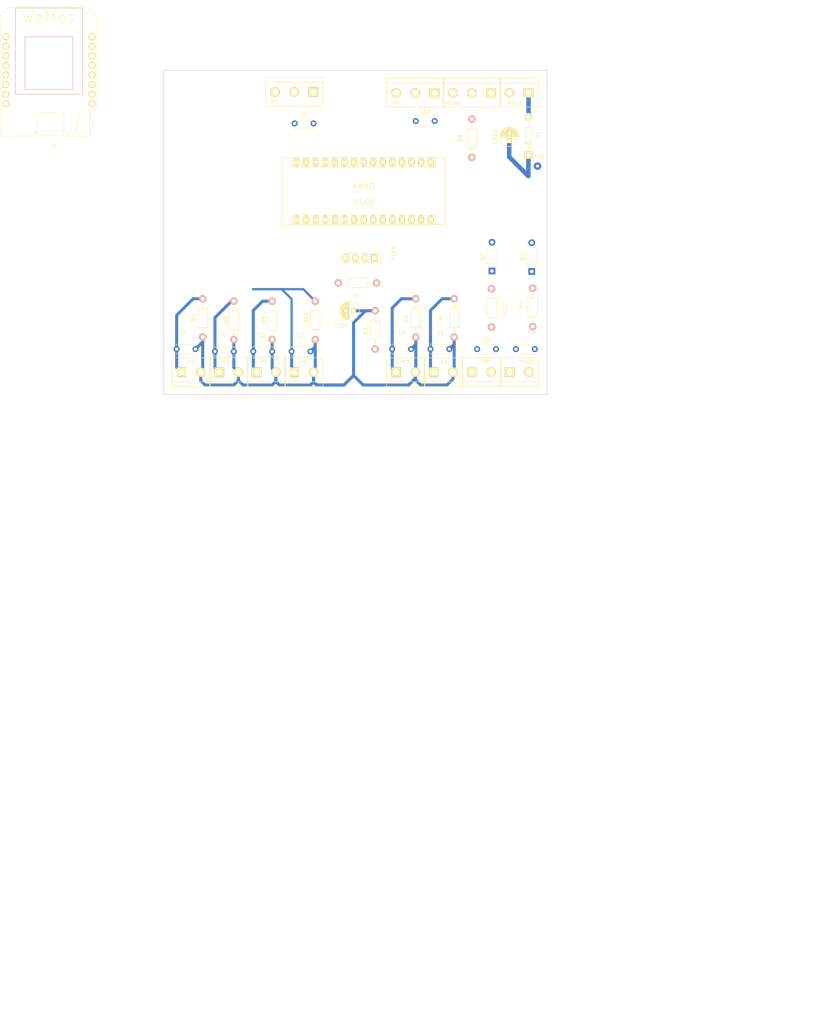
<source format=kicad_pcb>
(kicad_pcb (version 4) (host pcbnew 4.0.7-e2-6376~58~ubuntu16.04.1)

  (general
    (links 86)
    (no_connects 53)
    (area 88.524999 43.524999 190.475001 129.575001)
    (thickness 1.6)
    (drawings 21)
    (tracks 110)
    (zones 0)
    (modules 42)
    (nets 45)
  )

  (page A4)
  (layers
    (0 F.Cu signal)
    (31 B.Cu signal)
    (32 B.Adhes user)
    (33 F.Adhes user)
    (34 B.Paste user)
    (35 F.Paste user)
    (36 B.SilkS user)
    (37 F.SilkS user)
    (38 B.Mask user)
    (39 F.Mask user)
    (40 Dwgs.User user)
    (41 Cmts.User user)
    (42 Eco1.User user)
    (43 Eco2.User user)
    (44 Edge.Cuts user)
    (45 Margin user)
    (46 B.CrtYd user)
    (47 F.CrtYd user)
    (48 B.Fab user)
    (49 F.Fab user)
  )

  (setup
    (last_trace_width 0.25)
    (user_trace_width 0.4)
    (user_trace_width 0.6)
    (user_trace_width 0.8)
    (user_trace_width 1)
    (user_trace_width 1.2)
    (trace_clearance 0.25)
    (zone_clearance 0.508)
    (zone_45_only yes)
    (trace_min 0)
    (segment_width 0.2)
    (edge_width 0.15)
    (via_size 0.6)
    (via_drill 0.4)
    (via_min_size 0)
    (via_min_drill 0.3)
    (user_via 1.9 1)
    (uvia_size 0.3)
    (uvia_drill 0.1)
    (uvias_allowed no)
    (uvia_min_size 0)
    (uvia_min_drill 0.1)
    (pcb_text_width 0.3)
    (pcb_text_size 1.5 1.5)
    (mod_edge_width 0.15)
    (mod_text_size 1 1)
    (mod_text_width 0.15)
    (pad_size 2 2)
    (pad_drill 1)
    (pad_to_mask_clearance 0.2)
    (aux_axis_origin 0 0)
    (visible_elements FFFFFF7F)
    (pcbplotparams
      (layerselection 0x01060_80000000)
      (usegerberextensions false)
      (excludeedgelayer true)
      (linewidth 0.100000)
      (plotframeref false)
      (viasonmask false)
      (mode 1)
      (useauxorigin false)
      (hpglpennumber 1)
      (hpglpenspeed 20)
      (hpglpendiameter 15)
      (hpglpenoverlay 2)
      (psnegative false)
      (psa4output false)
      (plotreference true)
      (plotvalue true)
      (plotinvisibletext false)
      (padsonsilk false)
      (subtractmaskfromsilk false)
      (outputformat 1)
      (mirror false)
      (drillshape 0)
      (scaleselection 1)
      (outputdirectory gerber/))
  )

  (net 0 "")
  (net 1 GND)
  (net 2 /e_rx)
  (net 3 /e_tx)
  (net 4 /18b20)
  (net 5 /e_rst)
  (net 6 /caudal_1)
  (net 7 /Ref_medida)
  (net 8 /intensidad_2)
  (net 9 /intensidad_3)
  (net 10 /intensidad_4)
  (net 11 /intensidad_1)
  (net 12 /caudal_2)
  (net 13 "Net-(D1-Pad2)")
  (net 14 "Net-(D2-Pad1)")
  (net 15 "Net-(D3-Pad1)")
  (net 16 "Net-(U106-Pad2)")
  (net 17 "Net-(U106-Pad3)")
  (net 18 "Net-(U106-Pad30)")
  (net 19 "Net-(U106-Pad28)")
  (net 20 "Net-(U106-Pad18)")
  (net 21 "Net-(U106-Pad17)")
  (net 22 "Net-(U106-Pad1)")
  (net 23 "Net-(U106-Pad11)")
  (net 24 "Net-(U106-Pad12)")
  (net 25 "Net-(U106-Pad13)")
  (net 26 "Net-(U106-Pad14)")
  (net 27 "Net-(U106-Pad15)")
  (net 28 "Net-(U106-Pad16)")
  (net 29 /scl_int_6)
  (net 30 /intensidad_5)
  (net 31 /sda_pre_2)
  (net 32 /presion_1)
  (net 33 VCC)
  (net 34 "Net-(U1-Pad6)")
  (net 35 "Net-(U1-Pad5)")
  (net 36 "Net-(U1-Pad4)")
  (net 37 "Net-(U1-Pad3)")
  (net 38 "Net-(U1-Pad16)")
  (net 39 "Net-(U1-Pad15)")
  (net 40 "Net-(U1-Pad14)")
  (net 41 "Net-(U1-Pad13)")
  (net 42 "Net-(U1-Pad12)")
  (net 43 "Net-(U1-Pad11)")
  (net 44 "Net-(U1-Pad10)")

  (net_class Default "This is the default net class."
    (clearance 0.25)
    (trace_width 0.25)
    (via_dia 0.6)
    (via_drill 0.4)
    (uvia_dia 0.3)
    (uvia_drill 0.1)
    (add_net /18b20)
    (add_net /Ref_medida)
    (add_net /caudal_1)
    (add_net /caudal_2)
    (add_net /e_rst)
    (add_net /e_rx)
    (add_net /e_tx)
    (add_net /intensidad_1)
    (add_net /intensidad_2)
    (add_net /intensidad_3)
    (add_net /intensidad_4)
    (add_net /intensidad_5)
    (add_net /presion_1)
    (add_net /scl_int_6)
    (add_net /sda_pre_2)
    (add_net GND)
    (add_net "Net-(D1-Pad2)")
    (add_net "Net-(D2-Pad1)")
    (add_net "Net-(D3-Pad1)")
    (add_net "Net-(U1-Pad10)")
    (add_net "Net-(U1-Pad11)")
    (add_net "Net-(U1-Pad12)")
    (add_net "Net-(U1-Pad13)")
    (add_net "Net-(U1-Pad14)")
    (add_net "Net-(U1-Pad15)")
    (add_net "Net-(U1-Pad16)")
    (add_net "Net-(U1-Pad3)")
    (add_net "Net-(U1-Pad4)")
    (add_net "Net-(U1-Pad5)")
    (add_net "Net-(U1-Pad6)")
    (add_net "Net-(U106-Pad1)")
    (add_net "Net-(U106-Pad11)")
    (add_net "Net-(U106-Pad12)")
    (add_net "Net-(U106-Pad13)")
    (add_net "Net-(U106-Pad14)")
    (add_net "Net-(U106-Pad15)")
    (add_net "Net-(U106-Pad16)")
    (add_net "Net-(U106-Pad17)")
    (add_net "Net-(U106-Pad18)")
    (add_net "Net-(U106-Pad2)")
    (add_net "Net-(U106-Pad28)")
    (add_net "Net-(U106-Pad3)")
    (add_net "Net-(U106-Pad30)")
    (add_net VCC)
  )

  (module Connect:bornier2 (layer F.Cu) (tedit 5A0E8D32) (tstamp 59AE43C3)
    (at 162.9 123.6)
    (descr "Bornier d'alimentation 2 pins")
    (tags DEV)
    (path /59AD6243)
    (fp_text reference P4 (at 0.168 -2.696) (layer F.SilkS)
      (effects (font (size 1 1) (thickness 0.15)))
    )
    (fp_text value PINZA_6 (at -0.086 4.67) (layer F.Fab)
      (effects (font (size 1 1) (thickness 0.15)))
    )
    (fp_line (start 5.08 2.54) (end -5.08 2.54) (layer F.SilkS) (width 0.15))
    (fp_line (start 5.08 3.81) (end 5.08 -3.81) (layer F.SilkS) (width 0.15))
    (fp_line (start 5.08 -3.81) (end -5.08 -3.81) (layer F.SilkS) (width 0.15))
    (fp_line (start -5.08 -3.81) (end -5.08 3.81) (layer F.SilkS) (width 0.15))
    (fp_line (start -5.08 3.81) (end 5.08 3.81) (layer F.SilkS) (width 0.15))
    (pad 1 thru_hole rect (at -2.54 0) (size 2.54 2.54) (drill 1.524) (layers *.Cu *.Mask F.SilkS)
      (net 29 /scl_int_6))
    (pad 2 thru_hole circle (at 2.54 0) (size 2.54 2.54) (drill 1.524) (layers *.Cu *.Mask F.SilkS)
      (net 7 /Ref_medida))
    (model Connect.3dshapes/bornier2.wrl
      (at (xyz 0 0 0))
      (scale (xyz 1 1 1))
      (rotate (xyz 0 0 0))
    )
  )

  (module Connect:bornier2 (layer F.Cu) (tedit 5A0E8CEA) (tstamp 58A16E62)
    (at 183.007 123.571)
    (descr "Bornier d'alimentation 2 pins")
    (tags DEV)
    (path /5872AC26)
    (fp_text reference P102 (at 1.884 -2.824) (layer F.SilkS)
      (effects (font (size 1 1) (thickness 0.15)))
    )
    (fp_text value CAUDAL_2 (at -0.148 4.542) (layer F.Fab)
      (effects (font (size 1 1) (thickness 0.15)))
    )
    (fp_line (start 5.08 2.54) (end -5.08 2.54) (layer F.SilkS) (width 0.15))
    (fp_line (start 5.08 3.81) (end 5.08 -3.81) (layer F.SilkS) (width 0.15))
    (fp_line (start 5.08 -3.81) (end -5.08 -3.81) (layer F.SilkS) (width 0.15))
    (fp_line (start -5.08 -3.81) (end -5.08 3.81) (layer F.SilkS) (width 0.15))
    (fp_line (start -5.08 3.81) (end 5.08 3.81) (layer F.SilkS) (width 0.15))
    (pad 1 thru_hole rect (at -2.54 0) (size 2.54 2.54) (drill 1.524) (layers *.Cu *.Mask F.SilkS)
      (net 12 /caudal_2))
    (pad 2 thru_hole circle (at 2.54 0) (size 2.54 2.54) (drill 1.524) (layers *.Cu *.Mask F.SilkS)
      (net 1 GND))
    (model Connect.3dshapes/bornier2.wrl
      (at (xyz 0 0 0))
      (scale (xyz 1 1 1))
      (rotate (xyz 0 0 0))
    )
  )

  (module Connect:bornier2 (layer F.Cu) (tedit 5A0E8D4E) (tstamp 58A16E68)
    (at 182.925 49.525 180)
    (descr "Bornier d'alimentation 2 pins")
    (tags DEV)
    (path /5872A04E)
    (fp_text reference P103 (at 1.061 -2.799 180) (layer F.SilkS)
      (effects (font (size 1 1) (thickness 0.15)))
    )
    (fp_text value V_IN (at -0.209 4.567 180) (layer F.Fab)
      (effects (font (size 1 1) (thickness 0.15)))
    )
    (fp_line (start 5.08 2.54) (end -5.08 2.54) (layer F.SilkS) (width 0.15))
    (fp_line (start 5.08 3.81) (end 5.08 -3.81) (layer F.SilkS) (width 0.15))
    (fp_line (start 5.08 -3.81) (end -5.08 -3.81) (layer F.SilkS) (width 0.15))
    (fp_line (start -5.08 -3.81) (end -5.08 3.81) (layer F.SilkS) (width 0.15))
    (fp_line (start -5.08 3.81) (end 5.08 3.81) (layer F.SilkS) (width 0.15))
    (pad 1 thru_hole rect (at -2.54 0 180) (size 2.54 2.54) (drill 1.524) (layers *.Cu *.Mask F.SilkS)
      (net 13 "Net-(D1-Pad2)"))
    (pad 2 thru_hole circle (at 2.54 0 180) (size 2.54 2.54) (drill 1.524) (layers *.Cu *.Mask F.SilkS)
      (net 1 GND))
    (model Connect.3dshapes/bornier2.wrl
      (at (xyz 0 0 0))
      (scale (xyz 1 1 1))
      (rotate (xyz 0 0 0))
    )
  )

  (module Connect:bornier3 (layer F.Cu) (tedit 5A0E8CE5) (tstamp 58A16E7B)
    (at 170.434 49.53 180)
    (descr "Bornier d'alimentation 3 pins")
    (tags DEV)
    (path /58A06006)
    (fp_text reference P106 (at 5.132 -2.799 180) (layer F.SilkS)
      (effects (font (size 1 1) (thickness 0.15)))
    )
    (fp_text value 18b20 (at -0.964 4.567 180) (layer F.Fab)
      (effects (font (size 1 1) (thickness 0.15)))
    )
    (fp_line (start -7.62 3.81) (end -7.62 -3.81) (layer F.SilkS) (width 0.15))
    (fp_line (start 7.62 3.81) (end 7.62 -3.81) (layer F.SilkS) (width 0.15))
    (fp_line (start -7.62 2.54) (end 7.62 2.54) (layer F.SilkS) (width 0.15))
    (fp_line (start -7.62 -3.81) (end 7.62 -3.81) (layer F.SilkS) (width 0.15))
    (fp_line (start -7.62 3.81) (end 7.62 3.81) (layer F.SilkS) (width 0.15))
    (pad 1 thru_hole rect (at -5.08 0 180) (size 2.54 2.54) (drill 1.524) (layers *.Cu *.Mask F.SilkS)
      (net 33 VCC))
    (pad 2 thru_hole circle (at 0 0 180) (size 2.54 2.54) (drill 1.524) (layers *.Cu *.Mask F.SilkS)
      (net 4 /18b20))
    (pad 3 thru_hole circle (at 5.08 0 180) (size 2.54 2.54) (drill 1.524) (layers *.Cu *.Mask F.SilkS)
      (net 1 GND))
    (model Connect.3dshapes/bornier3.wrl
      (at (xyz 0 0 0))
      (scale (xyz 1 1 1))
      (rotate (xyz 0 0 0))
    )
  )

  (module Capacitors_ThroughHole:C_Radial_D5_L11_P2 (layer F.Cu) (tedit 5A0D5497) (tstamp 59AE437B)
    (at 139.065 107.315 180)
    (descr "Radial Electrolytic Capacitor 5mm x Length 11mm, Pitch 2mm")
    (tags "Electrolytic Capacitor")
    (path /59AD144A)
    (fp_text reference C101 (at 3.429 -3.937 180) (layer F.SilkS)
      (effects (font (size 1 1) (thickness 0.15)))
    )
    (fp_text value 22uF (at 1 3.8 180) (layer F.Fab)
      (effects (font (size 1 1) (thickness 0.15)))
    )
    (fp_line (start 1.075 -2.499) (end 1.075 2.499) (layer F.SilkS) (width 0.15))
    (fp_line (start 1.215 -2.491) (end 1.215 -0.154) (layer F.SilkS) (width 0.15))
    (fp_line (start 1.215 0.154) (end 1.215 2.491) (layer F.SilkS) (width 0.15))
    (fp_line (start 1.355 -2.475) (end 1.355 -0.473) (layer F.SilkS) (width 0.15))
    (fp_line (start 1.355 0.473) (end 1.355 2.475) (layer F.SilkS) (width 0.15))
    (fp_line (start 1.495 -2.451) (end 1.495 -0.62) (layer F.SilkS) (width 0.15))
    (fp_line (start 1.495 0.62) (end 1.495 2.451) (layer F.SilkS) (width 0.15))
    (fp_line (start 1.635 -2.418) (end 1.635 -0.712) (layer F.SilkS) (width 0.15))
    (fp_line (start 1.635 0.712) (end 1.635 2.418) (layer F.SilkS) (width 0.15))
    (fp_line (start 1.775 -2.377) (end 1.775 -0.768) (layer F.SilkS) (width 0.15))
    (fp_line (start 1.775 0.768) (end 1.775 2.377) (layer F.SilkS) (width 0.15))
    (fp_line (start 1.915 -2.327) (end 1.915 -0.795) (layer F.SilkS) (width 0.15))
    (fp_line (start 1.915 0.795) (end 1.915 2.327) (layer F.SilkS) (width 0.15))
    (fp_line (start 2.055 -2.266) (end 2.055 -0.798) (layer F.SilkS) (width 0.15))
    (fp_line (start 2.055 0.798) (end 2.055 2.266) (layer F.SilkS) (width 0.15))
    (fp_line (start 2.195 -2.196) (end 2.195 -0.776) (layer F.SilkS) (width 0.15))
    (fp_line (start 2.195 0.776) (end 2.195 2.196) (layer F.SilkS) (width 0.15))
    (fp_line (start 2.335 -2.114) (end 2.335 -0.726) (layer F.SilkS) (width 0.15))
    (fp_line (start 2.335 0.726) (end 2.335 2.114) (layer F.SilkS) (width 0.15))
    (fp_line (start 2.475 -2.019) (end 2.475 -0.644) (layer F.SilkS) (width 0.15))
    (fp_line (start 2.475 0.644) (end 2.475 2.019) (layer F.SilkS) (width 0.15))
    (fp_line (start 2.615 -1.908) (end 2.615 -0.512) (layer F.SilkS) (width 0.15))
    (fp_line (start 2.615 0.512) (end 2.615 1.908) (layer F.SilkS) (width 0.15))
    (fp_line (start 2.755 -1.78) (end 2.755 -0.265) (layer F.SilkS) (width 0.15))
    (fp_line (start 2.755 0.265) (end 2.755 1.78) (layer F.SilkS) (width 0.15))
    (fp_line (start 2.895 -1.631) (end 2.895 1.631) (layer F.SilkS) (width 0.15))
    (fp_line (start 3.035 -1.452) (end 3.035 1.452) (layer F.SilkS) (width 0.15))
    (fp_line (start 3.175 -1.233) (end 3.175 1.233) (layer F.SilkS) (width 0.15))
    (fp_line (start 3.315 -0.944) (end 3.315 0.944) (layer F.SilkS) (width 0.15))
    (fp_line (start 3.455 -0.472) (end 3.455 0.472) (layer F.SilkS) (width 0.15))
    (fp_circle (center 2 0) (end 2 -0.8) (layer F.SilkS) (width 0.15))
    (fp_circle (center 1 0) (end 1 -2.5375) (layer F.SilkS) (width 0.15))
    (fp_circle (center 1 0) (end 1 -2.8) (layer F.CrtYd) (width 0.05))
    (pad 1 thru_hole rect (at 0 0 180) (size 1.3 1.3) (drill 0.8) (layers *.Cu *.Mask F.SilkS)
      (net 7 /Ref_medida))
    (pad 2 thru_hole circle (at 2 0 180) (size 1.3 1.3) (drill 0.8) (layers *.Cu *.Mask F.SilkS)
      (net 1 GND))
    (model Capacitors_ThroughHole.3dshapes/C_Radial_D5_L11_P2.wrl
      (at (xyz 0 0 0))
      (scale (xyz 1 1 1))
      (rotate (xyz 0 0 0))
    )
  )

  (module Capacitors_ThroughHole:C_Radial_D5_L11_P2 (layer F.Cu) (tedit 0) (tstamp 59AE4393)
    (at 180.34 62.23 90)
    (descr "Radial Electrolytic Capacitor 5mm x Length 11mm, Pitch 2mm")
    (tags "Electrolytic Capacitor")
    (path /58A1D1FB)
    (fp_text reference C105 (at 1 -3.8 90) (layer F.SilkS)
      (effects (font (size 1 1) (thickness 0.15)))
    )
    (fp_text value 220uF (at 1 3.8 90) (layer F.Fab)
      (effects (font (size 1 1) (thickness 0.15)))
    )
    (fp_line (start 1.075 -2.499) (end 1.075 2.499) (layer F.SilkS) (width 0.15))
    (fp_line (start 1.215 -2.491) (end 1.215 -0.154) (layer F.SilkS) (width 0.15))
    (fp_line (start 1.215 0.154) (end 1.215 2.491) (layer F.SilkS) (width 0.15))
    (fp_line (start 1.355 -2.475) (end 1.355 -0.473) (layer F.SilkS) (width 0.15))
    (fp_line (start 1.355 0.473) (end 1.355 2.475) (layer F.SilkS) (width 0.15))
    (fp_line (start 1.495 -2.451) (end 1.495 -0.62) (layer F.SilkS) (width 0.15))
    (fp_line (start 1.495 0.62) (end 1.495 2.451) (layer F.SilkS) (width 0.15))
    (fp_line (start 1.635 -2.418) (end 1.635 -0.712) (layer F.SilkS) (width 0.15))
    (fp_line (start 1.635 0.712) (end 1.635 2.418) (layer F.SilkS) (width 0.15))
    (fp_line (start 1.775 -2.377) (end 1.775 -0.768) (layer F.SilkS) (width 0.15))
    (fp_line (start 1.775 0.768) (end 1.775 2.377) (layer F.SilkS) (width 0.15))
    (fp_line (start 1.915 -2.327) (end 1.915 -0.795) (layer F.SilkS) (width 0.15))
    (fp_line (start 1.915 0.795) (end 1.915 2.327) (layer F.SilkS) (width 0.15))
    (fp_line (start 2.055 -2.266) (end 2.055 -0.798) (layer F.SilkS) (width 0.15))
    (fp_line (start 2.055 0.798) (end 2.055 2.266) (layer F.SilkS) (width 0.15))
    (fp_line (start 2.195 -2.196) (end 2.195 -0.776) (layer F.SilkS) (width 0.15))
    (fp_line (start 2.195 0.776) (end 2.195 2.196) (layer F.SilkS) (width 0.15))
    (fp_line (start 2.335 -2.114) (end 2.335 -0.726) (layer F.SilkS) (width 0.15))
    (fp_line (start 2.335 0.726) (end 2.335 2.114) (layer F.SilkS) (width 0.15))
    (fp_line (start 2.475 -2.019) (end 2.475 -0.644) (layer F.SilkS) (width 0.15))
    (fp_line (start 2.475 0.644) (end 2.475 2.019) (layer F.SilkS) (width 0.15))
    (fp_line (start 2.615 -1.908) (end 2.615 -0.512) (layer F.SilkS) (width 0.15))
    (fp_line (start 2.615 0.512) (end 2.615 1.908) (layer F.SilkS) (width 0.15))
    (fp_line (start 2.755 -1.78) (end 2.755 -0.265) (layer F.SilkS) (width 0.15))
    (fp_line (start 2.755 0.265) (end 2.755 1.78) (layer F.SilkS) (width 0.15))
    (fp_line (start 2.895 -1.631) (end 2.895 1.631) (layer F.SilkS) (width 0.15))
    (fp_line (start 3.035 -1.452) (end 3.035 1.452) (layer F.SilkS) (width 0.15))
    (fp_line (start 3.175 -1.233) (end 3.175 1.233) (layer F.SilkS) (width 0.15))
    (fp_line (start 3.315 -0.944) (end 3.315 0.944) (layer F.SilkS) (width 0.15))
    (fp_line (start 3.455 -0.472) (end 3.455 0.472) (layer F.SilkS) (width 0.15))
    (fp_circle (center 2 0) (end 2 -0.8) (layer F.SilkS) (width 0.15))
    (fp_circle (center 1 0) (end 1 -2.5375) (layer F.SilkS) (width 0.15))
    (fp_circle (center 1 0) (end 1 -2.8) (layer F.CrtYd) (width 0.05))
    (pad 1 thru_hole rect (at 0 0 90) (size 1.3 1.3) (drill 0.8) (layers *.Cu *.Mask F.SilkS)
      (net 33 VCC))
    (pad 2 thru_hole circle (at 2 0 90) (size 1.3 1.3) (drill 0.8) (layers *.Cu *.Mask F.SilkS)
      (net 1 GND))
    (model Capacitors_ThroughHole.3dshapes/C_Radial_D5_L11_P2.wrl
      (at (xyz 0 0 0))
      (scale (xyz 1 1 1))
      (rotate (xyz 0 0 0))
    )
  )

  (module Connect:bornier2 (layer F.Cu) (tedit 5A0E8CFD) (tstamp 59AE43B1)
    (at 96 123.6)
    (descr "Bornier d'alimentation 2 pins")
    (tags DEV)
    (path /59AD216F)
    (fp_text reference P1 (at 0.012 -2.696) (layer F.SilkS)
      (effects (font (size 1 1) (thickness 0.15)))
    )
    (fp_text value PINZA_1 (at 0.012 4.67) (layer F.Fab)
      (effects (font (size 1 1) (thickness 0.15)))
    )
    (fp_line (start 5.08 2.54) (end -5.08 2.54) (layer F.SilkS) (width 0.15))
    (fp_line (start 5.08 3.81) (end 5.08 -3.81) (layer F.SilkS) (width 0.15))
    (fp_line (start 5.08 -3.81) (end -5.08 -3.81) (layer F.SilkS) (width 0.15))
    (fp_line (start -5.08 -3.81) (end -5.08 3.81) (layer F.SilkS) (width 0.15))
    (fp_line (start -5.08 3.81) (end 5.08 3.81) (layer F.SilkS) (width 0.15))
    (pad 1 thru_hole rect (at -2.54 0) (size 2.54 2.54) (drill 1.524) (layers *.Cu *.Mask F.SilkS)
      (net 11 /intensidad_1))
    (pad 2 thru_hole circle (at 2.54 0) (size 2.54 2.54) (drill 1.524) (layers *.Cu *.Mask F.SilkS)
      (net 7 /Ref_medida))
    (model Connect.3dshapes/bornier2.wrl
      (at (xyz 0 0 0))
      (scale (xyz 1 1 1))
      (rotate (xyz 0 0 0))
    )
  )

  (module Connect:bornier2 (layer F.Cu) (tedit 5A0E8D2D) (tstamp 59AE43B7)
    (at 152.9 123.6)
    (descr "Bornier d'alimentation 2 pins")
    (tags DEV)
    (path /59AD6230)
    (fp_text reference P2 (at 0.008 -2.696) (layer F.SilkS)
      (effects (font (size 1 1) (thickness 0.15)))
    )
    (fp_text value PINZA_5 (at 0.262 4.67) (layer F.Fab)
      (effects (font (size 1 1) (thickness 0.15)))
    )
    (fp_line (start 5.08 2.54) (end -5.08 2.54) (layer F.SilkS) (width 0.15))
    (fp_line (start 5.08 3.81) (end 5.08 -3.81) (layer F.SilkS) (width 0.15))
    (fp_line (start 5.08 -3.81) (end -5.08 -3.81) (layer F.SilkS) (width 0.15))
    (fp_line (start -5.08 -3.81) (end -5.08 3.81) (layer F.SilkS) (width 0.15))
    (fp_line (start -5.08 3.81) (end 5.08 3.81) (layer F.SilkS) (width 0.15))
    (pad 1 thru_hole rect (at -2.54 0) (size 2.54 2.54) (drill 1.524) (layers *.Cu *.Mask F.SilkS)
      (net 30 /intensidad_5))
    (pad 2 thru_hole circle (at 2.54 0) (size 2.54 2.54) (drill 1.524) (layers *.Cu *.Mask F.SilkS)
      (net 7 /Ref_medida))
    (model Connect.3dshapes/bornier2.wrl
      (at (xyz 0 0 0))
      (scale (xyz 1 1 1))
      (rotate (xyz 0 0 0))
    )
  )

  (module Connect:bornier2 (layer F.Cu) (tedit 5A0E8CF4) (tstamp 59AE43BD)
    (at 106 123.6)
    (descr "Bornier d'alimentation 2 pins")
    (tags DEV)
    (path /59AD4A85)
    (fp_text reference P3 (at -0.844 -2.696) (layer F.SilkS)
      (effects (font (size 1 1) (thickness 0.15)))
    )
    (fp_text value PINZA_2 (at -0.082 4.67) (layer F.Fab)
      (effects (font (size 1 1) (thickness 0.15)))
    )
    (fp_line (start 5.08 2.54) (end -5.08 2.54) (layer F.SilkS) (width 0.15))
    (fp_line (start 5.08 3.81) (end 5.08 -3.81) (layer F.SilkS) (width 0.15))
    (fp_line (start 5.08 -3.81) (end -5.08 -3.81) (layer F.SilkS) (width 0.15))
    (fp_line (start -5.08 -3.81) (end -5.08 3.81) (layer F.SilkS) (width 0.15))
    (fp_line (start -5.08 3.81) (end 5.08 3.81) (layer F.SilkS) (width 0.15))
    (pad 1 thru_hole rect (at -2.54 0) (size 2.54 2.54) (drill 1.524) (layers *.Cu *.Mask F.SilkS)
      (net 8 /intensidad_2))
    (pad 2 thru_hole circle (at 2.54 0) (size 2.54 2.54) (drill 1.524) (layers *.Cu *.Mask F.SilkS)
      (net 7 /Ref_medida))
    (model Connect.3dshapes/bornier2.wrl
      (at (xyz 0 0 0))
      (scale (xyz 1 1 1))
      (rotate (xyz 0 0 0))
    )
  )

  (module Connect:bornier2 (layer F.Cu) (tedit 5A0E8CF7) (tstamp 59AE43C9)
    (at 115.9 123.6)
    (descr "Bornier d'alimentation 2 pins")
    (tags DEV)
    (path /59AD51AC)
    (fp_text reference P5 (at -0.584 -2.696) (layer F.SilkS)
      (effects (font (size 1 1) (thickness 0.15)))
    )
    (fp_text value PINZA_3 (at -0.076 4.67) (layer F.Fab)
      (effects (font (size 1 1) (thickness 0.15)))
    )
    (fp_line (start 5.08 2.54) (end -5.08 2.54) (layer F.SilkS) (width 0.15))
    (fp_line (start 5.08 3.81) (end 5.08 -3.81) (layer F.SilkS) (width 0.15))
    (fp_line (start 5.08 -3.81) (end -5.08 -3.81) (layer F.SilkS) (width 0.15))
    (fp_line (start -5.08 -3.81) (end -5.08 3.81) (layer F.SilkS) (width 0.15))
    (fp_line (start -5.08 3.81) (end 5.08 3.81) (layer F.SilkS) (width 0.15))
    (pad 1 thru_hole rect (at -2.54 0) (size 2.54 2.54) (drill 1.524) (layers *.Cu *.Mask F.SilkS)
      (net 9 /intensidad_3))
    (pad 2 thru_hole circle (at 2.54 0) (size 2.54 2.54) (drill 1.524) (layers *.Cu *.Mask F.SilkS)
      (net 7 /Ref_medida))
    (model Connect.3dshapes/bornier2.wrl
      (at (xyz 0 0 0))
      (scale (xyz 1 1 1))
      (rotate (xyz 0 0 0))
    )
  )

  (module Connect:bornier2 (layer F.Cu) (tedit 5A0E8D27) (tstamp 59AE43CF)
    (at 125.9 123.6)
    (descr "Bornier d'alimentation 2 pins")
    (tags DEV)
    (path /59AD5981)
    (fp_text reference P6 (at 0.084 -2.696) (layer F.SilkS)
      (effects (font (size 1 1) (thickness 0.15)))
    )
    (fp_text value PINZA_4 (at 0.338 4.67) (layer F.Fab)
      (effects (font (size 1 1) (thickness 0.15)))
    )
    (fp_line (start 5.08 2.54) (end -5.08 2.54) (layer F.SilkS) (width 0.15))
    (fp_line (start 5.08 3.81) (end 5.08 -3.81) (layer F.SilkS) (width 0.15))
    (fp_line (start 5.08 -3.81) (end -5.08 -3.81) (layer F.SilkS) (width 0.15))
    (fp_line (start -5.08 -3.81) (end -5.08 3.81) (layer F.SilkS) (width 0.15))
    (fp_line (start -5.08 3.81) (end 5.08 3.81) (layer F.SilkS) (width 0.15))
    (pad 1 thru_hole rect (at -2.54 0) (size 2.54 2.54) (drill 1.524) (layers *.Cu *.Mask F.SilkS)
      (net 10 /intensidad_4))
    (pad 2 thru_hole circle (at 2.54 0) (size 2.54 2.54) (drill 1.524) (layers *.Cu *.Mask F.SilkS)
      (net 7 /Ref_medida))
    (model Connect.3dshapes/bornier2.wrl
      (at (xyz 0 0 0))
      (scale (xyz 1 1 1))
      (rotate (xyz 0 0 0))
    )
  )

  (module Pin_Headers:Pin_Header_Straight_1x04 (layer F.Cu) (tedit 59AFBAB3) (tstamp 59AE43FD)
    (at 144.653 93.345 270)
    (descr "Through hole pin header")
    (tags "pin header")
    (path /58A175A1)
    (fp_text reference P109 (at -1.27 -5.08 270) (layer F.SilkS)
      (effects (font (size 1 1) (thickness 0.15)))
    )
    (fp_text value LCD_I2C (at 0 -3.1 270) (layer F.Fab)
      (effects (font (size 1 1) (thickness 0.15)))
    )
    (fp_line (start -1.75 -1.75) (end -1.75 9.4) (layer F.CrtYd) (width 0.05))
    (fp_line (start 1.75 -1.75) (end 1.75 9.4) (layer F.CrtYd) (width 0.05))
    (fp_line (start -1.75 -1.75) (end 1.75 -1.75) (layer F.CrtYd) (width 0.05))
    (fp_line (start -1.75 9.4) (end 1.75 9.4) (layer F.CrtYd) (width 0.05))
    (fp_line (start -1.27 1.27) (end -1.27 8.89) (layer F.SilkS) (width 0.15))
    (fp_line (start 1.27 1.27) (end 1.27 8.89) (layer F.SilkS) (width 0.15))
    (fp_line (start 1.55 -1.55) (end 1.55 0) (layer F.SilkS) (width 0.15))
    (fp_line (start -1.27 8.89) (end 1.27 8.89) (layer F.SilkS) (width 0.15))
    (fp_line (start 1.27 1.27) (end -1.27 1.27) (layer F.SilkS) (width 0.15))
    (fp_line (start -1.55 0) (end -1.55 -1.55) (layer F.SilkS) (width 0.15))
    (fp_line (start -1.55 -1.55) (end 1.55 -1.55) (layer F.SilkS) (width 0.15))
    (pad 1 thru_hole rect (at 0 0 270) (size 2.032 1.7272) (drill 1.016) (layers *.Cu *.Mask F.SilkS)
      (net 29 /scl_int_6))
    (pad 2 thru_hole oval (at 0 2.54 270) (size 2.032 1.7272) (drill 1.016) (layers *.Cu *.Mask F.SilkS)
      (net 31 /sda_pre_2))
    (pad 3 thru_hole oval (at 0 5.08 270) (size 2.032 1.7272) (drill 1.016) (layers *.Cu *.Mask F.SilkS)
      (net 33 VCC))
    (pad 4 thru_hole oval (at 0 7.62 270) (size 2.032 1.7272) (drill 1.016) (layers *.Cu *.Mask F.SilkS)
      (net 1 GND))
    (model Pin_Headers.3dshapes/Pin_Header_Straight_1x04.wrl
      (at (xyz 0 -0.15 0))
      (scale (xyz 1 1 1))
      (rotate (xyz 0 0 90))
    )
  )

  (module Resistors_ThroughHole:Resistor_Horizontal_RM10mm (layer F.Cu) (tedit 59AFDD34) (tstamp 59AE440D)
    (at 145.161 99.949 180)
    (descr "Resistor, Axial,  RM 10mm, 1/3W")
    (tags "Resistor Axial RM 10mm 1/3W")
    (path /59AD1449)
    (fp_text reference R1 (at 5.32892 -3.50012 180) (layer F.SilkS)
      (effects (font (size 1 1) (thickness 0.15)))
    )
    (fp_text value 10K (at 5 0 180) (layer F.Fab)
      (effects (font (size 1 1) (thickness 0.15)))
    )
    (fp_line (start -1.25 -1.5) (end 11.4 -1.5) (layer F.CrtYd) (width 0.05))
    (fp_line (start -1.25 1.5) (end -1.25 -1.5) (layer F.CrtYd) (width 0.05))
    (fp_line (start 11.4 -1.5) (end 11.4 1.5) (layer F.CrtYd) (width 0.05))
    (fp_line (start -1.25 1.5) (end 11.4 1.5) (layer F.CrtYd) (width 0.05))
    (fp_line (start 2.54 -1.27) (end 7.62 -1.27) (layer F.SilkS) (width 0.15))
    (fp_line (start 7.62 -1.27) (end 7.62 1.27) (layer F.SilkS) (width 0.15))
    (fp_line (start 7.62 1.27) (end 2.54 1.27) (layer F.SilkS) (width 0.15))
    (fp_line (start 2.54 1.27) (end 2.54 -1.27) (layer F.SilkS) (width 0.15))
    (fp_line (start 2.54 0) (end 1.27 0) (layer F.SilkS) (width 0.15))
    (fp_line (start 7.62 0) (end 8.89 0) (layer F.SilkS) (width 0.15))
    (pad 1 thru_hole circle (at 0 0 180) (size 1.99898 1.99898) (drill 1.00076) (layers *.Cu *.SilkS *.Mask)
      (net 33 VCC))
    (pad 2 thru_hole circle (at 10.16 0 180) (size 1.99898 1.99898) (drill 1.00076) (layers *.Cu *.SilkS *.Mask)
      (net 7 /Ref_medida))
    (model Resistors_ThroughHole.3dshapes/Resistor_Horizontal_RM10mm.wrl
      (at (xyz 0 0 0))
      (scale (xyz 0.4 0.4 0.4))
      (rotate (xyz 0 0 0))
    )
  )

  (module Resistors_ThroughHole:Resistor_Horizontal_RM10mm (layer F.Cu) (tedit 5A0D5398) (tstamp 59AE4413)
    (at 186.563 101.346 270)
    (descr "Resistor, Axial,  RM 10mm, 1/3W")
    (tags "Resistor Axial RM 10mm 1/3W")
    (path /58501520)
    (fp_text reference R2 (at 4.468 3.244 270) (layer F.SilkS)
      (effects (font (size 1 1) (thickness 0.15)))
    )
    (fp_text value 10K (at 5 0 270) (layer F.Fab)
      (effects (font (size 1 1) (thickness 0.15)))
    )
    (fp_line (start -1.25 -1.5) (end 11.4 -1.5) (layer F.CrtYd) (width 0.05))
    (fp_line (start -1.25 1.5) (end -1.25 -1.5) (layer F.CrtYd) (width 0.05))
    (fp_line (start 11.4 -1.5) (end 11.4 1.5) (layer F.CrtYd) (width 0.05))
    (fp_line (start -1.25 1.5) (end 11.4 1.5) (layer F.CrtYd) (width 0.05))
    (fp_line (start 2.54 -1.27) (end 7.62 -1.27) (layer F.SilkS) (width 0.15))
    (fp_line (start 7.62 -1.27) (end 7.62 1.27) (layer F.SilkS) (width 0.15))
    (fp_line (start 7.62 1.27) (end 2.54 1.27) (layer F.SilkS) (width 0.15))
    (fp_line (start 2.54 1.27) (end 2.54 -1.27) (layer F.SilkS) (width 0.15))
    (fp_line (start 2.54 0) (end 1.27 0) (layer F.SilkS) (width 0.15))
    (fp_line (start 7.62 0) (end 8.89 0) (layer F.SilkS) (width 0.15))
    (pad 1 thru_hole circle (at 0 0 270) (size 1.99898 1.99898) (drill 1.00076) (layers *.Cu *.SilkS *.Mask)
      (net 14 "Net-(D2-Pad1)"))
    (pad 2 thru_hole circle (at 10.16 0 270) (size 1.99898 1.99898) (drill 1.00076) (layers *.Cu *.SilkS *.Mask)
      (net 12 /caudal_2))
    (model Resistors_ThroughHole.3dshapes/Resistor_Horizontal_RM10mm.wrl
      (at (xyz 0 0 0))
      (scale (xyz 0.4 0.4 0.4))
      (rotate (xyz 0 0 0))
    )
  )

  (module Resistors_ThroughHole:Resistor_Horizontal_RM10mm (layer F.Cu) (tedit 5A0D54B5) (tstamp 59AE4419)
    (at 144.78 107.315 270)
    (descr "Resistor, Axial,  RM 10mm, 1/3W")
    (tags "Resistor Axial RM 10mm 1/3W")
    (path /59AD144C)
    (fp_text reference R3 (at 5.461 2.54 270) (layer F.SilkS)
      (effects (font (size 1 1) (thickness 0.15)))
    )
    (fp_text value 10K (at 5 0 270) (layer F.Fab)
      (effects (font (size 1 1) (thickness 0.15)))
    )
    (fp_line (start -1.25 -1.5) (end 11.4 -1.5) (layer F.CrtYd) (width 0.05))
    (fp_line (start -1.25 1.5) (end -1.25 -1.5) (layer F.CrtYd) (width 0.05))
    (fp_line (start 11.4 -1.5) (end 11.4 1.5) (layer F.CrtYd) (width 0.05))
    (fp_line (start -1.25 1.5) (end 11.4 1.5) (layer F.CrtYd) (width 0.05))
    (fp_line (start 2.54 -1.27) (end 7.62 -1.27) (layer F.SilkS) (width 0.15))
    (fp_line (start 7.62 -1.27) (end 7.62 1.27) (layer F.SilkS) (width 0.15))
    (fp_line (start 7.62 1.27) (end 2.54 1.27) (layer F.SilkS) (width 0.15))
    (fp_line (start 2.54 1.27) (end 2.54 -1.27) (layer F.SilkS) (width 0.15))
    (fp_line (start 2.54 0) (end 1.27 0) (layer F.SilkS) (width 0.15))
    (fp_line (start 7.62 0) (end 8.89 0) (layer F.SilkS) (width 0.15))
    (pad 1 thru_hole circle (at 0 0 270) (size 1.99898 1.99898) (drill 1.00076) (layers *.Cu *.SilkS *.Mask)
      (net 7 /Ref_medida))
    (pad 2 thru_hole circle (at 10.16 0 270) (size 1.99898 1.99898) (drill 1.00076) (layers *.Cu *.SilkS *.Mask)
      (net 1 GND))
    (model Resistors_ThroughHole.3dshapes/Resistor_Horizontal_RM10mm.wrl
      (at (xyz 0 0 0))
      (scale (xyz 0.4 0.4 0.4))
      (rotate (xyz 0 0 0))
    )
  )

  (module Resistors_ThroughHole:Resistor_Horizontal_RM10mm (layer F.Cu) (tedit 5A0D54BC) (tstamp 59AE4425)
    (at 155.575 114.3 90)
    (descr "Resistor, Axial,  RM 10mm, 1/3W")
    (tags "Resistor Axial RM 10mm 1/3W")
    (path /59AD6236)
    (fp_text reference R5 (at 5.08 -2.667 90) (layer F.SilkS)
      (effects (font (size 1 1) (thickness 0.15)))
    )
    (fp_text value R10 (at 5 0 90) (layer F.Fab)
      (effects (font (size 1 1) (thickness 0.15)))
    )
    (fp_line (start -1.25 -1.5) (end 11.4 -1.5) (layer F.CrtYd) (width 0.05))
    (fp_line (start -1.25 1.5) (end -1.25 -1.5) (layer F.CrtYd) (width 0.05))
    (fp_line (start 11.4 -1.5) (end 11.4 1.5) (layer F.CrtYd) (width 0.05))
    (fp_line (start -1.25 1.5) (end 11.4 1.5) (layer F.CrtYd) (width 0.05))
    (fp_line (start 2.54 -1.27) (end 7.62 -1.27) (layer F.SilkS) (width 0.15))
    (fp_line (start 7.62 -1.27) (end 7.62 1.27) (layer F.SilkS) (width 0.15))
    (fp_line (start 7.62 1.27) (end 2.54 1.27) (layer F.SilkS) (width 0.15))
    (fp_line (start 2.54 1.27) (end 2.54 -1.27) (layer F.SilkS) (width 0.15))
    (fp_line (start 2.54 0) (end 1.27 0) (layer F.SilkS) (width 0.15))
    (fp_line (start 7.62 0) (end 8.89 0) (layer F.SilkS) (width 0.15))
    (pad 1 thru_hole circle (at 0 0 90) (size 1.99898 1.99898) (drill 1.00076) (layers *.Cu *.SilkS *.Mask)
      (net 7 /Ref_medida))
    (pad 2 thru_hole circle (at 10.16 0 90) (size 1.99898 1.99898) (drill 1.00076) (layers *.Cu *.SilkS *.Mask)
      (net 30 /intensidad_5))
    (model Resistors_ThroughHole.3dshapes/Resistor_Horizontal_RM10mm.wrl
      (at (xyz 0 0 0))
      (scale (xyz 0.4 0.4 0.4))
      (rotate (xyz 0 0 0))
    )
  )

  (module Resistors_ThroughHole:Resistor_Horizontal_RM10mm (layer F.Cu) (tedit 5A0D54AA) (tstamp 59AE442B)
    (at 107.315 114.935 90)
    (descr "Resistor, Axial,  RM 10mm, 1/3W")
    (tags "Resistor Axial RM 10mm 1/3W")
    (path /59AD4A8B)
    (fp_text reference R6 (at 5.207 -2.159 90) (layer F.SilkS)
      (effects (font (size 1 1) (thickness 0.15)))
    )
    (fp_text value 10k (at 5 0 90) (layer F.Fab)
      (effects (font (size 1 1) (thickness 0.15)))
    )
    (fp_line (start -1.25 -1.5) (end 11.4 -1.5) (layer F.CrtYd) (width 0.05))
    (fp_line (start -1.25 1.5) (end -1.25 -1.5) (layer F.CrtYd) (width 0.05))
    (fp_line (start 11.4 -1.5) (end 11.4 1.5) (layer F.CrtYd) (width 0.05))
    (fp_line (start -1.25 1.5) (end 11.4 1.5) (layer F.CrtYd) (width 0.05))
    (fp_line (start 2.54 -1.27) (end 7.62 -1.27) (layer F.SilkS) (width 0.15))
    (fp_line (start 7.62 -1.27) (end 7.62 1.27) (layer F.SilkS) (width 0.15))
    (fp_line (start 7.62 1.27) (end 2.54 1.27) (layer F.SilkS) (width 0.15))
    (fp_line (start 2.54 1.27) (end 2.54 -1.27) (layer F.SilkS) (width 0.15))
    (fp_line (start 2.54 0) (end 1.27 0) (layer F.SilkS) (width 0.15))
    (fp_line (start 7.62 0) (end 8.89 0) (layer F.SilkS) (width 0.15))
    (pad 1 thru_hole circle (at 0 0 90) (size 1.99898 1.99898) (drill 1.00076) (layers *.Cu *.SilkS *.Mask)
      (net 7 /Ref_medida))
    (pad 2 thru_hole circle (at 10.16 0 90) (size 1.99898 1.99898) (drill 1.00076) (layers *.Cu *.SilkS *.Mask)
      (net 8 /intensidad_2))
    (model Resistors_ThroughHole.3dshapes/Resistor_Horizontal_RM10mm.wrl
      (at (xyz 0 0 0))
      (scale (xyz 0.4 0.4 0.4))
      (rotate (xyz 0 0 0))
    )
  )

  (module Resistors_ThroughHole:Resistor_Horizontal_RM10mm (layer F.Cu) (tedit 5A0D54AD) (tstamp 59AE4437)
    (at 117.475 114.935 90)
    (descr "Resistor, Axial,  RM 10mm, 1/3W")
    (tags "Resistor Axial RM 10mm 1/3W")
    (path /59AD51B2)
    (fp_text reference R8 (at 5.207 -2.159 90) (layer F.SilkS)
      (effects (font (size 1 1) (thickness 0.15)))
    )
    (fp_text value R20 (at 5 0 90) (layer F.Fab)
      (effects (font (size 1 1) (thickness 0.15)))
    )
    (fp_line (start -1.25 -1.5) (end 11.4 -1.5) (layer F.CrtYd) (width 0.05))
    (fp_line (start -1.25 1.5) (end -1.25 -1.5) (layer F.CrtYd) (width 0.05))
    (fp_line (start 11.4 -1.5) (end 11.4 1.5) (layer F.CrtYd) (width 0.05))
    (fp_line (start -1.25 1.5) (end 11.4 1.5) (layer F.CrtYd) (width 0.05))
    (fp_line (start 2.54 -1.27) (end 7.62 -1.27) (layer F.SilkS) (width 0.15))
    (fp_line (start 7.62 -1.27) (end 7.62 1.27) (layer F.SilkS) (width 0.15))
    (fp_line (start 7.62 1.27) (end 2.54 1.27) (layer F.SilkS) (width 0.15))
    (fp_line (start 2.54 1.27) (end 2.54 -1.27) (layer F.SilkS) (width 0.15))
    (fp_line (start 2.54 0) (end 1.27 0) (layer F.SilkS) (width 0.15))
    (fp_line (start 7.62 0) (end 8.89 0) (layer F.SilkS) (width 0.15))
    (pad 1 thru_hole circle (at 0 0 90) (size 1.99898 1.99898) (drill 1.00076) (layers *.Cu *.SilkS *.Mask)
      (net 7 /Ref_medida))
    (pad 2 thru_hole circle (at 10.16 0 90) (size 1.99898 1.99898) (drill 1.00076) (layers *.Cu *.SilkS *.Mask)
      (net 9 /intensidad_3))
    (model Resistors_ThroughHole.3dshapes/Resistor_Horizontal_RM10mm.wrl
      (at (xyz 0 0 0))
      (scale (xyz 0.4 0.4 0.4))
      (rotate (xyz 0 0 0))
    )
  )

  (module Resistors_ThroughHole:Resistor_Horizontal_RM10mm (layer F.Cu) (tedit 59AFE16D) (tstamp 59AE443D)
    (at 170.434 56.515 270)
    (descr "Resistor, Axial,  RM 10mm, 1/3W")
    (tags "Resistor Axial RM 10mm 1/3W")
    (path /58A0503E)
    (fp_text reference R9 (at 5.08 3.175 270) (layer F.SilkS)
      (effects (font (size 1 1) (thickness 0.15)))
    )
    (fp_text value 2K (at 4.87 -0.15 270) (layer F.Fab)
      (effects (font (size 1 1) (thickness 0.15)))
    )
    (fp_line (start -1.25 -1.5) (end 11.4 -1.5) (layer F.CrtYd) (width 0.05))
    (fp_line (start -1.25 1.5) (end -1.25 -1.5) (layer F.CrtYd) (width 0.05))
    (fp_line (start 11.4 -1.5) (end 11.4 1.5) (layer F.CrtYd) (width 0.05))
    (fp_line (start -1.25 1.5) (end 11.4 1.5) (layer F.CrtYd) (width 0.05))
    (fp_line (start 2.54 -1.27) (end 7.62 -1.27) (layer F.SilkS) (width 0.15))
    (fp_line (start 7.62 -1.27) (end 7.62 1.27) (layer F.SilkS) (width 0.15))
    (fp_line (start 7.62 1.27) (end 2.54 1.27) (layer F.SilkS) (width 0.15))
    (fp_line (start 2.54 1.27) (end 2.54 -1.27) (layer F.SilkS) (width 0.15))
    (fp_line (start 2.54 0) (end 1.27 0) (layer F.SilkS) (width 0.15))
    (fp_line (start 7.62 0) (end 8.89 0) (layer F.SilkS) (width 0.15))
    (pad 1 thru_hole circle (at 0 0 270) (size 1.99898 1.99898) (drill 1.00076) (layers *.Cu *.SilkS *.Mask)
      (net 4 /18b20))
    (pad 2 thru_hole circle (at 10.16 0 270) (size 1.99898 1.99898) (drill 1.00076) (layers *.Cu *.SilkS *.Mask)
      (net 33 VCC))
    (model Resistors_ThroughHole.3dshapes/Resistor_Horizontal_RM10mm.wrl
      (at (xyz 0 0 0))
      (scale (xyz 0.4 0.4 0.4))
      (rotate (xyz 0 0 0))
    )
  )

  (module Resistors_ThroughHole:Resistor_Horizontal_RM10mm (layer F.Cu) (tedit 5A0D54A6) (tstamp 59AFC00D)
    (at 99.06 114.3 90)
    (descr "Resistor, Axial,  RM 10mm, 1/3W")
    (tags "Resistor Axial RM 10mm 1/3W")
    (path /59AD217B)
    (fp_text reference R4 (at 5.08 -2.54 90) (layer F.SilkS)
      (effects (font (size 1 1) (thickness 0.15)))
    )
    (fp_text value 10k (at 5 0 90) (layer F.Fab)
      (effects (font (size 1 1) (thickness 0.15)))
    )
    (fp_line (start -1.25 -1.5) (end 11.4 -1.5) (layer F.CrtYd) (width 0.05))
    (fp_line (start -1.25 1.5) (end -1.25 -1.5) (layer F.CrtYd) (width 0.05))
    (fp_line (start 11.4 -1.5) (end 11.4 1.5) (layer F.CrtYd) (width 0.05))
    (fp_line (start -1.25 1.5) (end 11.4 1.5) (layer F.CrtYd) (width 0.05))
    (fp_line (start 2.54 -1.27) (end 7.62 -1.27) (layer F.SilkS) (width 0.15))
    (fp_line (start 7.62 -1.27) (end 7.62 1.27) (layer F.SilkS) (width 0.15))
    (fp_line (start 7.62 1.27) (end 2.54 1.27) (layer F.SilkS) (width 0.15))
    (fp_line (start 2.54 1.27) (end 2.54 -1.27) (layer F.SilkS) (width 0.15))
    (fp_line (start 2.54 0) (end 1.27 0) (layer F.SilkS) (width 0.15))
    (fp_line (start 7.62 0) (end 8.89 0) (layer F.SilkS) (width 0.15))
    (pad 1 thru_hole circle (at 0 0 90) (size 1.99898 1.99898) (drill 1.00076) (layers *.Cu *.SilkS *.Mask)
      (net 7 /Ref_medida))
    (pad 2 thru_hole circle (at 10.16 0 90) (size 1.99898 1.99898) (drill 1.00076) (layers *.Cu *.SilkS *.Mask)
      (net 11 /intensidad_1))
    (model Resistors_ThroughHole.3dshapes/Resistor_Horizontal_RM10mm.wrl
      (at (xyz 0 0 0))
      (scale (xyz 0.4 0.4 0.4))
      (rotate (xyz 0 0 0))
    )
  )

  (module Resistors_ThroughHole:Resistor_Horizontal_RM10mm (layer F.Cu) (tedit 5A0D54AF) (tstamp 59AFC01D)
    (at 128.905 114.935 90)
    (descr "Resistor, Axial,  RM 10mm, 1/3W")
    (tags "Resistor Axial RM 10mm 1/3W")
    (path /59AFCC68)
    (fp_text reference R12 (at 5.715 -2.413 90) (layer F.SilkS)
      (effects (font (size 1 1) (thickness 0.15)))
    )
    (fp_text value R20 (at 5 0 90) (layer F.Fab)
      (effects (font (size 1 1) (thickness 0.15)))
    )
    (fp_line (start -1.25 -1.5) (end 11.4 -1.5) (layer F.CrtYd) (width 0.05))
    (fp_line (start -1.25 1.5) (end -1.25 -1.5) (layer F.CrtYd) (width 0.05))
    (fp_line (start 11.4 -1.5) (end 11.4 1.5) (layer F.CrtYd) (width 0.05))
    (fp_line (start -1.25 1.5) (end 11.4 1.5) (layer F.CrtYd) (width 0.05))
    (fp_line (start 2.54 -1.27) (end 7.62 -1.27) (layer F.SilkS) (width 0.15))
    (fp_line (start 7.62 -1.27) (end 7.62 1.27) (layer F.SilkS) (width 0.15))
    (fp_line (start 7.62 1.27) (end 2.54 1.27) (layer F.SilkS) (width 0.15))
    (fp_line (start 2.54 1.27) (end 2.54 -1.27) (layer F.SilkS) (width 0.15))
    (fp_line (start 2.54 0) (end 1.27 0) (layer F.SilkS) (width 0.15))
    (fp_line (start 7.62 0) (end 8.89 0) (layer F.SilkS) (width 0.15))
    (pad 1 thru_hole circle (at 0 0 90) (size 1.99898 1.99898) (drill 1.00076) (layers *.Cu *.SilkS *.Mask)
      (net 7 /Ref_medida))
    (pad 2 thru_hole circle (at 10.16 0 90) (size 1.99898 1.99898) (drill 1.00076) (layers *.Cu *.SilkS *.Mask)
      (net 10 /intensidad_4))
    (model Resistors_ThroughHole.3dshapes/Resistor_Horizontal_RM10mm.wrl
      (at (xyz 0 0 0))
      (scale (xyz 0.4 0.4 0.4))
      (rotate (xyz 0 0 0))
    )
  )

  (module Capacitors_THT:C_Disc_D5.0mm_W2.5mm_P5.00mm (layer F.Cu) (tedit 5A0D563B) (tstamp 59B1157E)
    (at 97.155 117.475 180)
    (descr "C, Disc series, Radial, pin pitch=5.00mm, , diameter*width=5*2.5mm^2, Capacitor, http://cdn-reichelt.de/documents/datenblatt/B300/DS_KERKO_TC.pdf")
    (tags "C Disc series Radial pin pitch 5.00mm  diameter 5mm width 2.5mm Capacitor")
    (path /59AFE00D)
    (fp_text reference C1 (at 3.175 4.191 180) (layer F.SilkS)
      (effects (font (size 1 1) (thickness 0.15)))
    )
    (fp_text value 100nF (at 2.667 2.667 180) (layer F.Fab)
      (effects (font (size 1 1) (thickness 0.15)))
    )
    (fp_line (start 0 -1.25) (end 0 1.25) (layer F.Fab) (width 0.1))
    (fp_line (start 0 1.25) (end 5 1.25) (layer F.Fab) (width 0.1))
    (fp_line (start 5 1.25) (end 5 -1.25) (layer F.Fab) (width 0.1))
    (fp_line (start 5 -1.25) (end 0 -1.25) (layer F.Fab) (width 0.1))
    (fp_line (start -0.06 -1.31) (end 5.06 -1.31) (layer F.SilkS) (width 0.12))
    (fp_line (start -0.06 1.31) (end 5.06 1.31) (layer F.SilkS) (width 0.12))
    (fp_line (start -0.06 -1.31) (end -0.06 -0.996) (layer F.SilkS) (width 0.12))
    (fp_line (start -0.06 0.996) (end -0.06 1.31) (layer F.SilkS) (width 0.12))
    (fp_line (start 5.06 -1.31) (end 5.06 -0.996) (layer F.SilkS) (width 0.12))
    (fp_line (start 5.06 0.996) (end 5.06 1.31) (layer F.SilkS) (width 0.12))
    (fp_line (start -1.05 -1.6) (end -1.05 1.6) (layer F.CrtYd) (width 0.05))
    (fp_line (start -1.05 1.6) (end 6.05 1.6) (layer F.CrtYd) (width 0.05))
    (fp_line (start 6.05 1.6) (end 6.05 -1.6) (layer F.CrtYd) (width 0.05))
    (fp_line (start 6.05 -1.6) (end -1.05 -1.6) (layer F.CrtYd) (width 0.05))
    (fp_text user %R (at 2.5 0 180) (layer F.Fab)
      (effects (font (size 1 1) (thickness 0.15)))
    )
    (pad 1 thru_hole circle (at 0 0 180) (size 1.6 1.6) (drill 0.8) (layers *.Cu *.Mask)
      (net 7 /Ref_medida))
    (pad 2 thru_hole circle (at 5 0 180) (size 1.6 1.6) (drill 0.8) (layers *.Cu *.Mask)
      (net 11 /intensidad_1))
    (model ${KISYS3DMOD}/Capacitors_THT.3dshapes/C_Disc_D5.0mm_W2.5mm_P5.00mm.wrl
      (at (xyz 0 0 0))
      (scale (xyz 1 1 1))
      (rotate (xyz 0 0 0))
    )
  )

  (module Capacitors_THT:C_Disc_D5.0mm_W2.5mm_P5.00mm (layer F.Cu) (tedit 5A0D5672) (tstamp 59B11584)
    (at 154.305 117.475 180)
    (descr "C, Disc series, Radial, pin pitch=5.00mm, , diameter*width=5*2.5mm^2, Capacitor, http://cdn-reichelt.de/documents/datenblatt/B300/DS_KERKO_TC.pdf")
    (tags "C Disc series Radial pin pitch 5.00mm  diameter 5mm width 2.5mm Capacitor")
    (path /59AFE386)
    (fp_text reference C2 (at 2.413 4.191 180) (layer F.SilkS)
      (effects (font (size 1 1) (thickness 0.15)))
    )
    (fp_text value 100nF (at 3.429 2.667 180) (layer F.Fab)
      (effects (font (size 1 1) (thickness 0.15)))
    )
    (fp_line (start 0 -1.25) (end 0 1.25) (layer F.Fab) (width 0.1))
    (fp_line (start 0 1.25) (end 5 1.25) (layer F.Fab) (width 0.1))
    (fp_line (start 5 1.25) (end 5 -1.25) (layer F.Fab) (width 0.1))
    (fp_line (start 5 -1.25) (end 0 -1.25) (layer F.Fab) (width 0.1))
    (fp_line (start -0.06 -1.31) (end 5.06 -1.31) (layer F.SilkS) (width 0.12))
    (fp_line (start -0.06 1.31) (end 5.06 1.31) (layer F.SilkS) (width 0.12))
    (fp_line (start -0.06 -1.31) (end -0.06 -0.996) (layer F.SilkS) (width 0.12))
    (fp_line (start -0.06 0.996) (end -0.06 1.31) (layer F.SilkS) (width 0.12))
    (fp_line (start 5.06 -1.31) (end 5.06 -0.996) (layer F.SilkS) (width 0.12))
    (fp_line (start 5.06 0.996) (end 5.06 1.31) (layer F.SilkS) (width 0.12))
    (fp_line (start -1.05 -1.6) (end -1.05 1.6) (layer F.CrtYd) (width 0.05))
    (fp_line (start -1.05 1.6) (end 6.05 1.6) (layer F.CrtYd) (width 0.05))
    (fp_line (start 6.05 1.6) (end 6.05 -1.6) (layer F.CrtYd) (width 0.05))
    (fp_line (start 6.05 -1.6) (end -1.05 -1.6) (layer F.CrtYd) (width 0.05))
    (fp_text user %R (at 2.5 0 180) (layer F.Fab)
      (effects (font (size 1 1) (thickness 0.15)))
    )
    (pad 1 thru_hole circle (at 0 0 180) (size 1.6 1.6) (drill 0.8) (layers *.Cu *.Mask)
      (net 7 /Ref_medida))
    (pad 2 thru_hole circle (at 5 0 180) (size 1.6 1.6) (drill 0.8) (layers *.Cu *.Mask)
      (net 30 /intensidad_5))
    (model ${KISYS3DMOD}/Capacitors_THT.3dshapes/C_Disc_D5.0mm_W2.5mm_P5.00mm.wrl
      (at (xyz 0 0 0))
      (scale (xyz 1 1 1))
      (rotate (xyz 0 0 0))
    )
  )

  (module Capacitors_THT:C_Disc_D5.0mm_W2.5mm_P5.00mm (layer F.Cu) (tedit 5A0D563F) (tstamp 59B11590)
    (at 107.315 118.11 180)
    (descr "C, Disc series, Radial, pin pitch=5.00mm, , diameter*width=5*2.5mm^2, Capacitor, http://cdn-reichelt.de/documents/datenblatt/B300/DS_KERKO_TC.pdf")
    (tags "C Disc series Radial pin pitch 5.00mm  diameter 5mm width 2.5mm Capacitor")
    (path /59AD4A91)
    (fp_text reference C4 (at 3.175 4.318 180) (layer F.SilkS)
      (effects (font (size 1 1) (thickness 0.15)))
    )
    (fp_text value 100nF (at 4.191 3.302 180) (layer F.Fab)
      (effects (font (size 1 1) (thickness 0.15)))
    )
    (fp_line (start 0 -1.25) (end 0 1.25) (layer F.Fab) (width 0.1))
    (fp_line (start 0 1.25) (end 5 1.25) (layer F.Fab) (width 0.1))
    (fp_line (start 5 1.25) (end 5 -1.25) (layer F.Fab) (width 0.1))
    (fp_line (start 5 -1.25) (end 0 -1.25) (layer F.Fab) (width 0.1))
    (fp_line (start -0.06 -1.31) (end 5.06 -1.31) (layer F.SilkS) (width 0.12))
    (fp_line (start -0.06 1.31) (end 5.06 1.31) (layer F.SilkS) (width 0.12))
    (fp_line (start -0.06 -1.31) (end -0.06 -0.996) (layer F.SilkS) (width 0.12))
    (fp_line (start -0.06 0.996) (end -0.06 1.31) (layer F.SilkS) (width 0.12))
    (fp_line (start 5.06 -1.31) (end 5.06 -0.996) (layer F.SilkS) (width 0.12))
    (fp_line (start 5.06 0.996) (end 5.06 1.31) (layer F.SilkS) (width 0.12))
    (fp_line (start -1.05 -1.6) (end -1.05 1.6) (layer F.CrtYd) (width 0.05))
    (fp_line (start -1.05 1.6) (end 6.05 1.6) (layer F.CrtYd) (width 0.05))
    (fp_line (start 6.05 1.6) (end 6.05 -1.6) (layer F.CrtYd) (width 0.05))
    (fp_line (start 6.05 -1.6) (end -1.05 -1.6) (layer F.CrtYd) (width 0.05))
    (fp_text user %R (at 2.5 0 180) (layer F.Fab)
      (effects (font (size 1 1) (thickness 0.15)))
    )
    (pad 1 thru_hole circle (at 0 0 180) (size 1.6 1.6) (drill 0.8) (layers *.Cu *.Mask)
      (net 7 /Ref_medida))
    (pad 2 thru_hole circle (at 5 0 180) (size 1.6 1.6) (drill 0.8) (layers *.Cu *.Mask)
      (net 8 /intensidad_2))
    (model ${KISYS3DMOD}/Capacitors_THT.3dshapes/C_Disc_D5.0mm_W2.5mm_P5.00mm.wrl
      (at (xyz 0 0 0))
      (scale (xyz 1 1 1))
      (rotate (xyz 0 0 0))
    )
  )

  (module Capacitors_THT:C_Disc_D5.0mm_W2.5mm_P5.00mm (layer F.Cu) (tedit 5A0D5675) (tstamp 59B11596)
    (at 164.465 117.475 180)
    (descr "C, Disc series, Radial, pin pitch=5.00mm, , diameter*width=5*2.5mm^2, Capacitor, http://cdn-reichelt.de/documents/datenblatt/B300/DS_KERKO_TC.pdf")
    (tags "C Disc series Radial pin pitch 5.00mm  diameter 5mm width 2.5mm Capacitor")
    (path /59AD624F)
    (fp_text reference C5 (at 2.413 4.191 180) (layer F.SilkS)
      (effects (font (size 1 1) (thickness 0.15)))
    )
    (fp_text value 100nF (at 3.429 2.667 180) (layer F.Fab)
      (effects (font (size 1 1) (thickness 0.15)))
    )
    (fp_line (start 0 -1.25) (end 0 1.25) (layer F.Fab) (width 0.1))
    (fp_line (start 0 1.25) (end 5 1.25) (layer F.Fab) (width 0.1))
    (fp_line (start 5 1.25) (end 5 -1.25) (layer F.Fab) (width 0.1))
    (fp_line (start 5 -1.25) (end 0 -1.25) (layer F.Fab) (width 0.1))
    (fp_line (start -0.06 -1.31) (end 5.06 -1.31) (layer F.SilkS) (width 0.12))
    (fp_line (start -0.06 1.31) (end 5.06 1.31) (layer F.SilkS) (width 0.12))
    (fp_line (start -0.06 -1.31) (end -0.06 -0.996) (layer F.SilkS) (width 0.12))
    (fp_line (start -0.06 0.996) (end -0.06 1.31) (layer F.SilkS) (width 0.12))
    (fp_line (start 5.06 -1.31) (end 5.06 -0.996) (layer F.SilkS) (width 0.12))
    (fp_line (start 5.06 0.996) (end 5.06 1.31) (layer F.SilkS) (width 0.12))
    (fp_line (start -1.05 -1.6) (end -1.05 1.6) (layer F.CrtYd) (width 0.05))
    (fp_line (start -1.05 1.6) (end 6.05 1.6) (layer F.CrtYd) (width 0.05))
    (fp_line (start 6.05 1.6) (end 6.05 -1.6) (layer F.CrtYd) (width 0.05))
    (fp_line (start 6.05 -1.6) (end -1.05 -1.6) (layer F.CrtYd) (width 0.05))
    (fp_text user %R (at 2.5 0 180) (layer F.Fab)
      (effects (font (size 1 1) (thickness 0.15)))
    )
    (pad 1 thru_hole circle (at 0 0 180) (size 1.6 1.6) (drill 0.8) (layers *.Cu *.Mask)
      (net 7 /Ref_medida))
    (pad 2 thru_hole circle (at 5 0 180) (size 1.6 1.6) (drill 0.8) (layers *.Cu *.Mask)
      (net 29 /scl_int_6))
    (model ${KISYS3DMOD}/Capacitors_THT.3dshapes/C_Disc_D5.0mm_W2.5mm_P5.00mm.wrl
      (at (xyz 0 0 0))
      (scale (xyz 1 1 1))
      (rotate (xyz 0 0 0))
    )
  )

  (module Capacitors_THT:C_Disc_D5.0mm_W2.5mm_P5.00mm (layer F.Cu) (tedit 5A0D564B) (tstamp 59B1159C)
    (at 117.475 118.11 180)
    (descr "C, Disc series, Radial, pin pitch=5.00mm, , diameter*width=5*2.5mm^2, Capacitor, http://cdn-reichelt.de/documents/datenblatt/B300/DS_KERKO_TC.pdf")
    (tags "C Disc series Radial pin pitch 5.00mm  diameter 5mm width 2.5mm Capacitor")
    (path /59AD51B8)
    (fp_text reference C6 (at 2.667 4.318 180) (layer F.SilkS)
      (effects (font (size 1 1) (thickness 0.15)))
    )
    (fp_text value 100nF (at 4.191 2.794 180) (layer F.Fab)
      (effects (font (size 1 1) (thickness 0.15)))
    )
    (fp_line (start 0 -1.25) (end 0 1.25) (layer F.Fab) (width 0.1))
    (fp_line (start 0 1.25) (end 5 1.25) (layer F.Fab) (width 0.1))
    (fp_line (start 5 1.25) (end 5 -1.25) (layer F.Fab) (width 0.1))
    (fp_line (start 5 -1.25) (end 0 -1.25) (layer F.Fab) (width 0.1))
    (fp_line (start -0.06 -1.31) (end 5.06 -1.31) (layer F.SilkS) (width 0.12))
    (fp_line (start -0.06 1.31) (end 5.06 1.31) (layer F.SilkS) (width 0.12))
    (fp_line (start -0.06 -1.31) (end -0.06 -0.996) (layer F.SilkS) (width 0.12))
    (fp_line (start -0.06 0.996) (end -0.06 1.31) (layer F.SilkS) (width 0.12))
    (fp_line (start 5.06 -1.31) (end 5.06 -0.996) (layer F.SilkS) (width 0.12))
    (fp_line (start 5.06 0.996) (end 5.06 1.31) (layer F.SilkS) (width 0.12))
    (fp_line (start -1.05 -1.6) (end -1.05 1.6) (layer F.CrtYd) (width 0.05))
    (fp_line (start -1.05 1.6) (end 6.05 1.6) (layer F.CrtYd) (width 0.05))
    (fp_line (start 6.05 1.6) (end 6.05 -1.6) (layer F.CrtYd) (width 0.05))
    (fp_line (start 6.05 -1.6) (end -1.05 -1.6) (layer F.CrtYd) (width 0.05))
    (fp_text user %R (at 2.5 0 180) (layer F.Fab)
      (effects (font (size 1 1) (thickness 0.15)))
    )
    (pad 1 thru_hole circle (at 0 0 180) (size 1.6 1.6) (drill 0.8) (layers *.Cu *.Mask)
      (net 7 /Ref_medida))
    (pad 2 thru_hole circle (at 5 0 180) (size 1.6 1.6) (drill 0.8) (layers *.Cu *.Mask)
      (net 9 /intensidad_3))
    (model ${KISYS3DMOD}/Capacitors_THT.3dshapes/C_Disc_D5.0mm_W2.5mm_P5.00mm.wrl
      (at (xyz 0 0 0))
      (scale (xyz 1 1 1))
      (rotate (xyz 0 0 0))
    )
  )

  (module Capacitors_THT:C_Disc_D5.0mm_W2.5mm_P5.00mm (layer F.Cu) (tedit 5A0D5648) (tstamp 59B115A2)
    (at 127.635 118.11 180)
    (descr "C, Disc series, Radial, pin pitch=5.00mm, , diameter*width=5*2.5mm^2, Capacitor, http://cdn-reichelt.de/documents/datenblatt/B300/DS_KERKO_TC.pdf")
    (tags "C Disc series Radial pin pitch 5.00mm  diameter 5mm width 2.5mm Capacitor")
    (path /59AD598D)
    (fp_text reference C7 (at 2.667 4.318 180) (layer F.SilkS)
      (effects (font (size 1 1) (thickness 0.15)))
    )
    (fp_text value 100nF (at 3.175 2.794 180) (layer F.Fab)
      (effects (font (size 1 1) (thickness 0.15)))
    )
    (fp_line (start 0 -1.25) (end 0 1.25) (layer F.Fab) (width 0.1))
    (fp_line (start 0 1.25) (end 5 1.25) (layer F.Fab) (width 0.1))
    (fp_line (start 5 1.25) (end 5 -1.25) (layer F.Fab) (width 0.1))
    (fp_line (start 5 -1.25) (end 0 -1.25) (layer F.Fab) (width 0.1))
    (fp_line (start -0.06 -1.31) (end 5.06 -1.31) (layer F.SilkS) (width 0.12))
    (fp_line (start -0.06 1.31) (end 5.06 1.31) (layer F.SilkS) (width 0.12))
    (fp_line (start -0.06 -1.31) (end -0.06 -0.996) (layer F.SilkS) (width 0.12))
    (fp_line (start -0.06 0.996) (end -0.06 1.31) (layer F.SilkS) (width 0.12))
    (fp_line (start 5.06 -1.31) (end 5.06 -0.996) (layer F.SilkS) (width 0.12))
    (fp_line (start 5.06 0.996) (end 5.06 1.31) (layer F.SilkS) (width 0.12))
    (fp_line (start -1.05 -1.6) (end -1.05 1.6) (layer F.CrtYd) (width 0.05))
    (fp_line (start -1.05 1.6) (end 6.05 1.6) (layer F.CrtYd) (width 0.05))
    (fp_line (start 6.05 1.6) (end 6.05 -1.6) (layer F.CrtYd) (width 0.05))
    (fp_line (start 6.05 -1.6) (end -1.05 -1.6) (layer F.CrtYd) (width 0.05))
    (fp_text user %R (at 2.5 0 180) (layer F.Fab)
      (effects (font (size 1 1) (thickness 0.15)))
    )
    (pad 1 thru_hole circle (at 0 0 180) (size 1.6 1.6) (drill 0.8) (layers *.Cu *.Mask)
      (net 7 /Ref_medida))
    (pad 2 thru_hole circle (at 5 0 180) (size 1.6 1.6) (drill 0.8) (layers *.Cu *.Mask)
      (net 10 /intensidad_4))
    (model ${KISYS3DMOD}/Capacitors_THT.3dshapes/C_Disc_D5.0mm_W2.5mm_P5.00mm.wrl
      (at (xyz 0 0 0))
      (scale (xyz 1 1 1))
      (rotate (xyz 0 0 0))
    )
  )

  (module Capacitors_THT:C_Disc_D5.0mm_W2.5mm_P5.00mm (layer F.Cu) (tedit 5A0E8CAC) (tstamp 59B115A8)
    (at 182.118 117.475)
    (descr "C, Disc series, Radial, pin pitch=5.00mm, , diameter*width=5*2.5mm^2, Capacitor, http://cdn-reichelt.de/documents/datenblatt/B300/DS_KERKO_TC.pdf")
    (tags "C Disc series Radial pin pitch 5.00mm  diameter 5mm width 2.5mm Capacitor")
    (path /59B15E22)
    (fp_text reference C8 (at 4.318 -4.572) (layer F.SilkS)
      (effects (font (size 1 1) (thickness 0.15)))
    )
    (fp_text value 100nF (at 2.794 -2.54) (layer F.Fab)
      (effects (font (size 1 1) (thickness 0.15)))
    )
    (fp_line (start 0 -1.25) (end 0 1.25) (layer F.Fab) (width 0.1))
    (fp_line (start 0 1.25) (end 5 1.25) (layer F.Fab) (width 0.1))
    (fp_line (start 5 1.25) (end 5 -1.25) (layer F.Fab) (width 0.1))
    (fp_line (start 5 -1.25) (end 0 -1.25) (layer F.Fab) (width 0.1))
    (fp_line (start -0.06 -1.31) (end 5.06 -1.31) (layer F.SilkS) (width 0.12))
    (fp_line (start -0.06 1.31) (end 5.06 1.31) (layer F.SilkS) (width 0.12))
    (fp_line (start -0.06 -1.31) (end -0.06 -0.996) (layer F.SilkS) (width 0.12))
    (fp_line (start -0.06 0.996) (end -0.06 1.31) (layer F.SilkS) (width 0.12))
    (fp_line (start 5.06 -1.31) (end 5.06 -0.996) (layer F.SilkS) (width 0.12))
    (fp_line (start 5.06 0.996) (end 5.06 1.31) (layer F.SilkS) (width 0.12))
    (fp_line (start -1.05 -1.6) (end -1.05 1.6) (layer F.CrtYd) (width 0.05))
    (fp_line (start -1.05 1.6) (end 6.05 1.6) (layer F.CrtYd) (width 0.05))
    (fp_line (start 6.05 1.6) (end 6.05 -1.6) (layer F.CrtYd) (width 0.05))
    (fp_line (start 6.05 -1.6) (end -1.05 -1.6) (layer F.CrtYd) (width 0.05))
    (fp_text user %R (at 2.5 0) (layer F.Fab)
      (effects (font (size 1 1) (thickness 0.15)))
    )
    (pad 1 thru_hole circle (at 0 0) (size 1.6 1.6) (drill 0.8) (layers *.Cu *.Mask)
      (net 12 /caudal_2))
    (pad 2 thru_hole circle (at 5 0) (size 1.6 1.6) (drill 0.8) (layers *.Cu *.Mask)
      (net 1 GND))
    (model ${KISYS3DMOD}/Capacitors_THT.3dshapes/C_Disc_D5.0mm_W2.5mm_P5.00mm.wrl
      (at (xyz 0 0 0))
      (scale (xyz 1 1 1))
      (rotate (xyz 0 0 0))
    )
  )

  (module Capacitors_THT:C_Disc_D5.0mm_W2.5mm_P5.00mm (layer F.Cu) (tedit 597BC7C2) (tstamp 5A83153F)
    (at 123.444 57.658)
    (descr "C, Disc series, Radial, pin pitch=5.00mm, , diameter*width=5*2.5mm^2, Capacitor, http://cdn-reichelt.de/documents/datenblatt/B300/DS_KERKO_TC.pdf")
    (tags "C Disc series Radial pin pitch 5.00mm  diameter 5mm width 2.5mm Capacitor")
    (path /5A7D34BE)
    (fp_text reference C9 (at 2.5 -2.56) (layer F.SilkS)
      (effects (font (size 1 1) (thickness 0.15)))
    )
    (fp_text value 100nF (at 2.5 2.56) (layer F.Fab)
      (effects (font (size 1 1) (thickness 0.15)))
    )
    (fp_line (start 0 -1.25) (end 0 1.25) (layer F.Fab) (width 0.1))
    (fp_line (start 0 1.25) (end 5 1.25) (layer F.Fab) (width 0.1))
    (fp_line (start 5 1.25) (end 5 -1.25) (layer F.Fab) (width 0.1))
    (fp_line (start 5 -1.25) (end 0 -1.25) (layer F.Fab) (width 0.1))
    (fp_line (start -0.06 -1.31) (end 5.06 -1.31) (layer F.SilkS) (width 0.12))
    (fp_line (start -0.06 1.31) (end 5.06 1.31) (layer F.SilkS) (width 0.12))
    (fp_line (start -0.06 -1.31) (end -0.06 -0.996) (layer F.SilkS) (width 0.12))
    (fp_line (start -0.06 0.996) (end -0.06 1.31) (layer F.SilkS) (width 0.12))
    (fp_line (start 5.06 -1.31) (end 5.06 -0.996) (layer F.SilkS) (width 0.12))
    (fp_line (start 5.06 0.996) (end 5.06 1.31) (layer F.SilkS) (width 0.12))
    (fp_line (start -1.05 -1.6) (end -1.05 1.6) (layer F.CrtYd) (width 0.05))
    (fp_line (start -1.05 1.6) (end 6.05 1.6) (layer F.CrtYd) (width 0.05))
    (fp_line (start 6.05 1.6) (end 6.05 -1.6) (layer F.CrtYd) (width 0.05))
    (fp_line (start 6.05 -1.6) (end -1.05 -1.6) (layer F.CrtYd) (width 0.05))
    (fp_text user %R (at 2.5 0) (layer F.Fab)
      (effects (font (size 1 1) (thickness 0.15)))
    )
    (pad 1 thru_hole circle (at 0 0) (size 1.6 1.6) (drill 0.8) (layers *.Cu *.Mask)
      (net 31 /sda_pre_2))
    (pad 2 thru_hole circle (at 5 0) (size 1.6 1.6) (drill 0.8) (layers *.Cu *.Mask)
      (net 1 GND))
    (model ${KISYS3DMOD}/Capacitors_THT.3dshapes/C_Disc_D5.0mm_W2.5mm_P5.00mm.wrl
      (at (xyz 0 0 0))
      (scale (xyz 1 1 1))
      (rotate (xyz 0 0 0))
    )
  )

  (module Capacitors_THT:C_Disc_D5.0mm_W2.5mm_P5.00mm (layer F.Cu) (tedit 597BC7C2) (tstamp 5A831545)
    (at 171.831 117.475)
    (descr "C, Disc series, Radial, pin pitch=5.00mm, , diameter*width=5*2.5mm^2, Capacitor, http://cdn-reichelt.de/documents/datenblatt/B300/DS_KERKO_TC.pdf")
    (tags "C Disc series Radial pin pitch 5.00mm  diameter 5mm width 2.5mm Capacitor")
    (path /5A7D6D43)
    (fp_text reference C10 (at 2.5 -2.56) (layer F.SilkS)
      (effects (font (size 1 1) (thickness 0.15)))
    )
    (fp_text value 100nF (at 2.5 2.56) (layer F.Fab)
      (effects (font (size 1 1) (thickness 0.15)))
    )
    (fp_line (start 0 -1.25) (end 0 1.25) (layer F.Fab) (width 0.1))
    (fp_line (start 0 1.25) (end 5 1.25) (layer F.Fab) (width 0.1))
    (fp_line (start 5 1.25) (end 5 -1.25) (layer F.Fab) (width 0.1))
    (fp_line (start 5 -1.25) (end 0 -1.25) (layer F.Fab) (width 0.1))
    (fp_line (start -0.06 -1.31) (end 5.06 -1.31) (layer F.SilkS) (width 0.12))
    (fp_line (start -0.06 1.31) (end 5.06 1.31) (layer F.SilkS) (width 0.12))
    (fp_line (start -0.06 -1.31) (end -0.06 -0.996) (layer F.SilkS) (width 0.12))
    (fp_line (start -0.06 0.996) (end -0.06 1.31) (layer F.SilkS) (width 0.12))
    (fp_line (start 5.06 -1.31) (end 5.06 -0.996) (layer F.SilkS) (width 0.12))
    (fp_line (start 5.06 0.996) (end 5.06 1.31) (layer F.SilkS) (width 0.12))
    (fp_line (start -1.05 -1.6) (end -1.05 1.6) (layer F.CrtYd) (width 0.05))
    (fp_line (start -1.05 1.6) (end 6.05 1.6) (layer F.CrtYd) (width 0.05))
    (fp_line (start 6.05 1.6) (end 6.05 -1.6) (layer F.CrtYd) (width 0.05))
    (fp_line (start 6.05 -1.6) (end -1.05 -1.6) (layer F.CrtYd) (width 0.05))
    (fp_text user %R (at 2.5 0) (layer F.Fab)
      (effects (font (size 1 1) (thickness 0.15)))
    )
    (pad 1 thru_hole circle (at 0 0) (size 1.6 1.6) (drill 0.8) (layers *.Cu *.Mask)
      (net 6 /caudal_1))
    (pad 2 thru_hole circle (at 5 0) (size 1.6 1.6) (drill 0.8) (layers *.Cu *.Mask)
      (net 1 GND))
    (model ${KISYS3DMOD}/Capacitors_THT.3dshapes/C_Disc_D5.0mm_W2.5mm_P5.00mm.wrl
      (at (xyz 0 0 0))
      (scale (xyz 1 1 1))
      (rotate (xyz 0 0 0))
    )
  )

  (module Capacitors_THT:C_Disc_D5.0mm_W2.5mm_P5.00mm (layer F.Cu) (tedit 597BC7C2) (tstamp 5A83154B)
    (at 155.575 57.023)
    (descr "C, Disc series, Radial, pin pitch=5.00mm, , diameter*width=5*2.5mm^2, Capacitor, http://cdn-reichelt.de/documents/datenblatt/B300/DS_KERKO_TC.pdf")
    (tags "C Disc series Radial pin pitch 5.00mm  diameter 5mm width 2.5mm Capacitor")
    (path /5A7D8EBA)
    (fp_text reference C11 (at 2.5 -2.56) (layer F.SilkS)
      (effects (font (size 1 1) (thickness 0.15)))
    )
    (fp_text value 100nF (at 2.5 2.56) (layer F.Fab)
      (effects (font (size 1 1) (thickness 0.15)))
    )
    (fp_line (start 0 -1.25) (end 0 1.25) (layer F.Fab) (width 0.1))
    (fp_line (start 0 1.25) (end 5 1.25) (layer F.Fab) (width 0.1))
    (fp_line (start 5 1.25) (end 5 -1.25) (layer F.Fab) (width 0.1))
    (fp_line (start 5 -1.25) (end 0 -1.25) (layer F.Fab) (width 0.1))
    (fp_line (start -0.06 -1.31) (end 5.06 -1.31) (layer F.SilkS) (width 0.12))
    (fp_line (start -0.06 1.31) (end 5.06 1.31) (layer F.SilkS) (width 0.12))
    (fp_line (start -0.06 -1.31) (end -0.06 -0.996) (layer F.SilkS) (width 0.12))
    (fp_line (start -0.06 0.996) (end -0.06 1.31) (layer F.SilkS) (width 0.12))
    (fp_line (start 5.06 -1.31) (end 5.06 -0.996) (layer F.SilkS) (width 0.12))
    (fp_line (start 5.06 0.996) (end 5.06 1.31) (layer F.SilkS) (width 0.12))
    (fp_line (start -1.05 -1.6) (end -1.05 1.6) (layer F.CrtYd) (width 0.05))
    (fp_line (start -1.05 1.6) (end 6.05 1.6) (layer F.CrtYd) (width 0.05))
    (fp_line (start 6.05 1.6) (end 6.05 -1.6) (layer F.CrtYd) (width 0.05))
    (fp_line (start 6.05 -1.6) (end -1.05 -1.6) (layer F.CrtYd) (width 0.05))
    (fp_text user %R (at 2.5 0) (layer F.Fab)
      (effects (font (size 1 1) (thickness 0.15)))
    )
    (pad 1 thru_hole circle (at 0 0) (size 1.6 1.6) (drill 0.8) (layers *.Cu *.Mask)
      (net 32 /presion_1))
    (pad 2 thru_hole circle (at 5 0) (size 1.6 1.6) (drill 0.8) (layers *.Cu *.Mask)
      (net 1 GND))
    (model ${KISYS3DMOD}/Capacitors_THT.3dshapes/C_Disc_D5.0mm_W2.5mm_P5.00mm.wrl
      (at (xyz 0 0 0))
      (scale (xyz 1 1 1))
      (rotate (xyz 0 0 0))
    )
  )

  (module oscar_libreria_huellas:Diode_DO-35_SOD27_Horizontal_RM10 (layer F.Cu) (tedit 5A0D4C42) (tstamp 5A83155A)
    (at 185.42 66.04 90)
    (descr "Diode, DO-35,  SOD27, Horizontal, RM 10mm")
    (tags "Diode, DO-35, SOD27, Horizontal, RM 10mm, 1N4148,")
    (path /5A831FEA)
    (fp_text reference D1 (at 5.43052 2.53746 90) (layer F.SilkS)
      (effects (font (size 1 1) (thickness 0.15)))
    )
    (fp_text value 1N4007 (at 4.41452 -3.55854 90) (layer F.Fab)
      (effects (font (size 1 1) (thickness 0.15)))
    )
    (fp_line (start 7.36652 -0.00254) (end 8.76352 -0.00254) (layer F.SilkS) (width 0.15))
    (fp_line (start 2.92152 -0.00254) (end 1.39752 -0.00254) (layer F.SilkS) (width 0.15))
    (fp_line (start 3.30252 -0.76454) (end 3.30252 0.75946) (layer F.SilkS) (width 0.15))
    (fp_line (start 3.04852 -0.76454) (end 3.04852 0.75946) (layer F.SilkS) (width 0.15))
    (fp_line (start 2.79452 -0.00254) (end 2.79452 0.75946) (layer F.SilkS) (width 0.15))
    (fp_line (start 2.79452 0.75946) (end 7.36652 0.75946) (layer F.SilkS) (width 0.15))
    (fp_line (start 7.36652 0.75946) (end 7.36652 -0.76454) (layer F.SilkS) (width 0.15))
    (fp_line (start 7.36652 -0.76454) (end 2.79452 -0.76454) (layer F.SilkS) (width 0.15))
    (fp_line (start 2.79452 -0.76454) (end 2.79452 -0.00254) (layer F.SilkS) (width 0.15))
    (pad 2 thru_hole circle (at 10.16052 -0.00254 270) (size 2 2) (drill 1) (layers *.Cu *.Mask F.SilkS)
      (net 13 "Net-(D1-Pad2)"))
    (pad 1 thru_hole rect (at 0.00052 -0.00254 270) (size 2 2) (drill 1) (layers *.Cu *.Mask F.SilkS)
      (net 33 VCC))
    (model Diodes_ThroughHole.3dshapes/Diode_DO-35_SOD27_Horizontal_RM10.wrl
      (at (xyz 0.2 0 0))
      (scale (xyz 0.4 0.4 0.4))
      (rotate (xyz 0 0 180))
    )
  )

  (module oscar_libreria_huellas:bornier2 (layer F.Cu) (tedit 5A0E8D4E) (tstamp 5A83157C)
    (at 172.974 123.571)
    (descr "Bornier d'alimentation 2 pins")
    (tags DEV)
    (path /5A7D6D35)
    (fp_text reference P8 (at 1.061 -2.799) (layer F.SilkS)
      (effects (font (size 1 1) (thickness 0.15)))
    )
    (fp_text value CAUDAL_1 (at -0.209 4.567) (layer F.Fab)
      (effects (font (size 1 1) (thickness 0.15)))
    )
    (fp_line (start 5.08 2.54) (end -5.08 2.54) (layer F.SilkS) (width 0.15))
    (fp_line (start 5.08 3.81) (end 5.08 -3.81) (layer F.SilkS) (width 0.15))
    (fp_line (start 5.08 -3.81) (end -5.08 -3.81) (layer F.SilkS) (width 0.15))
    (fp_line (start -5.08 -3.81) (end -5.08 3.81) (layer F.SilkS) (width 0.15))
    (fp_line (start -5.08 3.81) (end 5.08 3.81) (layer F.SilkS) (width 0.15))
    (pad 1 thru_hole rect (at -2.54 0) (size 2.54 2.54) (drill 1.524) (layers *.Cu *.Mask F.SilkS)
      (net 6 /caudal_1))
    (pad 2 thru_hole circle (at 2.54 0) (size 2.54 2.54) (drill 1.524) (layers *.Cu *.Mask F.SilkS)
      (net 1 GND))
    (model Connect.3dshapes/bornier2.wrl
      (at (xyz 0 0 0))
      (scale (xyz 1 1 1))
      (rotate (xyz 0 0 0))
    )
  )

  (module oscar_libreria_huellas:Resistor_Horizontal_RM10mm (layer F.Cu) (tedit 59AFDD34) (tstamp 5A83158C)
    (at 165.735 114.3 90)
    (descr "Resistor, Axial,  RM 10mm, 1/3W")
    (tags "Resistor Axial RM 10mm 1/3W")
    (path /59AD6249)
    (fp_text reference R7 (at 5.32892 -3.50012 90) (layer F.SilkS)
      (effects (font (size 1 1) (thickness 0.15)))
    )
    (fp_text value R10 (at 5 0 90) (layer F.Fab)
      (effects (font (size 1 1) (thickness 0.15)))
    )
    (fp_line (start -1.25 -1.5) (end 11.4 -1.5) (layer F.CrtYd) (width 0.05))
    (fp_line (start -1.25 1.5) (end -1.25 -1.5) (layer F.CrtYd) (width 0.05))
    (fp_line (start 11.4 -1.5) (end 11.4 1.5) (layer F.CrtYd) (width 0.05))
    (fp_line (start -1.25 1.5) (end 11.4 1.5) (layer F.CrtYd) (width 0.05))
    (fp_line (start 2.54 -1.27) (end 7.62 -1.27) (layer F.SilkS) (width 0.15))
    (fp_line (start 7.62 -1.27) (end 7.62 1.27) (layer F.SilkS) (width 0.15))
    (fp_line (start 7.62 1.27) (end 2.54 1.27) (layer F.SilkS) (width 0.15))
    (fp_line (start 2.54 1.27) (end 2.54 -1.27) (layer F.SilkS) (width 0.15))
    (fp_line (start 2.54 0) (end 1.27 0) (layer F.SilkS) (width 0.15))
    (fp_line (start 7.62 0) (end 8.89 0) (layer F.SilkS) (width 0.15))
    (pad 1 thru_hole circle (at 0 0 90) (size 1.99898 1.99898) (drill 1.00076) (layers *.Cu *.SilkS *.Mask)
      (net 7 /Ref_medida))
    (pad 2 thru_hole circle (at 10.16 0 90) (size 1.99898 1.99898) (drill 1.00076) (layers *.Cu *.SilkS *.Mask)
      (net 29 /scl_int_6))
    (model Resistors_ThroughHole.3dshapes/Resistor_Horizontal_RM10mm.wrl
      (at (xyz 0 0 0))
      (scale (xyz 0.4 0.4 0.4))
      (rotate (xyz 0 0 0))
    )
  )

  (module oscar_libreria_huellas:Resistor_Horizontal_RM10mm (layer F.Cu) (tedit 59AFDD34) (tstamp 5A83159C)
    (at 175.641 101.473 270)
    (descr "Resistor, Axial,  RM 10mm, 1/3W")
    (tags "Resistor Axial RM 10mm 1/3W")
    (path /5A7D6D29)
    (fp_text reference R10 (at 5.32892 -3.50012 270) (layer F.SilkS)
      (effects (font (size 1 1) (thickness 0.15)))
    )
    (fp_text value 10K (at 5 0 270) (layer F.Fab)
      (effects (font (size 1 1) (thickness 0.15)))
    )
    (fp_line (start -1.25 -1.5) (end 11.4 -1.5) (layer F.CrtYd) (width 0.05))
    (fp_line (start -1.25 1.5) (end -1.25 -1.5) (layer F.CrtYd) (width 0.05))
    (fp_line (start 11.4 -1.5) (end 11.4 1.5) (layer F.CrtYd) (width 0.05))
    (fp_line (start -1.25 1.5) (end 11.4 1.5) (layer F.CrtYd) (width 0.05))
    (fp_line (start 2.54 -1.27) (end 7.62 -1.27) (layer F.SilkS) (width 0.15))
    (fp_line (start 7.62 -1.27) (end 7.62 1.27) (layer F.SilkS) (width 0.15))
    (fp_line (start 7.62 1.27) (end 2.54 1.27) (layer F.SilkS) (width 0.15))
    (fp_line (start 2.54 1.27) (end 2.54 -1.27) (layer F.SilkS) (width 0.15))
    (fp_line (start 2.54 0) (end 1.27 0) (layer F.SilkS) (width 0.15))
    (fp_line (start 7.62 0) (end 8.89 0) (layer F.SilkS) (width 0.15))
    (pad 1 thru_hole circle (at 0 0 270) (size 1.99898 1.99898) (drill 1.00076) (layers *.Cu *.SilkS *.Mask)
      (net 15 "Net-(D3-Pad1)"))
    (pad 2 thru_hole circle (at 10.16 0 270) (size 1.99898 1.99898) (drill 1.00076) (layers *.Cu *.SilkS *.Mask)
      (net 6 /caudal_1))
    (model Resistors_ThroughHole.3dshapes/Resistor_Horizontal_RM10mm.wrl
      (at (xyz 0 0 0))
      (scale (xyz 0.4 0.4 0.4))
      (rotate (xyz 0 0 0))
    )
  )

  (module oscar_libreria_huellas:arduino_nano (layer F.Cu) (tedit 58A88A2D) (tstamp 5A8315E3)
    (at 141.732 75.565 270)
    (path /58A54C69)
    (fp_text reference U106 (at 2.921 0 360) (layer F.SilkS)
      (effects (font (size 1.5 1.5) (thickness 0.15)))
    )
    (fp_text value NANO (at -1.27 0 360) (layer F.SilkS)
      (effects (font (size 1.5 1.5) (thickness 0.15)))
    )
    (fp_line (start -1.905 21.971) (end -1.905 17.399) (layer F.SilkS) (width 0.01))
    (fp_line (start -1.905 17.399) (end 1.905 17.399) (layer F.SilkS) (width 0.01))
    (fp_line (start 1.905 17.399) (end 1.905 21.971) (layer F.SilkS) (width 0.01))
    (fp_line (start 1.905 21.971) (end -1.905 21.971) (layer F.SilkS) (width 0.01))
    (fp_line (start -0.762 -1.27) (end 1.778 -1.27) (layer F.SilkS) (width 0.01))
    (fp_line (start 1.778 -1.27) (end 1.778 -3.81) (layer F.SilkS) (width 0.01))
    (fp_line (start 1.778 -3.81) (end -0.762 -3.81) (layer F.SilkS) (width 0.01))
    (fp_line (start -0.762 -3.81) (end -0.762 -1.27) (layer F.SilkS) (width 0.01))
    (fp_circle (center 0.508 -2.54) (end -0.254 -2.54) (layer F.SilkS) (width 0.01))
    (fp_line (start -3.81 -21.463) (end 3.81 -21.463) (layer F.SilkS) (width 0.01))
    (fp_line (start 3.81 -21.463) (end 3.81 -16.383) (layer F.SilkS) (width 0.01))
    (fp_line (start 3.81 -16.383) (end -3.81 -16.383) (layer F.SilkS) (width 0.01))
    (fp_line (start -3.81 -16.383) (end -3.81 -21.463) (layer F.SilkS) (width 0.01))
    (fp_line (start -8.89 21.59) (end 8.89 21.59) (layer F.SilkS) (width 0.15))
    (fp_line (start 8.89 21.59) (end 8.89 -21.59) (layer F.SilkS) (width 0.15))
    (fp_line (start 8.89 -21.59) (end -8.89 -21.59) (layer F.SilkS) (width 0.15))
    (fp_line (start -8.89 -21.59) (end -8.89 21.59) (layer F.SilkS) (width 0.15))
    (fp_line (start 6.985 20.32) (end 8.255 20.32) (layer F.SilkS) (width 0.01))
    (fp_line (start 7.62 19.685) (end 7.62 20.955) (layer F.SilkS) (width 0.01))
    (fp_line (start -8.255 20.32) (end -6.985 20.32) (layer F.SilkS) (width 0.01))
    (fp_line (start -7.62 19.685) (end -7.62 20.955) (layer F.SilkS) (width 0.01))
    (fp_line (start 6.985 -20.32) (end 8.255 -20.32) (layer F.SilkS) (width 0.01))
    (fp_line (start 7.62 -20.955) (end 7.62 -19.685) (layer F.SilkS) (width 0.01))
    (fp_line (start -8.255 -20.32) (end -6.985 -20.32) (layer F.SilkS) (width 0.01))
    (fp_line (start -7.62 -20.955) (end -7.62 -19.685) (layer F.SilkS) (width 0.01))
    (fp_line (start -8.89 19.05) (end -6.35 19.05) (layer F.SilkS) (width 0.15))
    (fp_line (start -6.35 19.05) (end -6.35 -19.05) (layer F.SilkS) (width 0.15))
    (fp_line (start -6.35 -19.05) (end -8.89 -19.05) (layer F.SilkS) (width 0.15))
    (fp_line (start -8.89 -19.05) (end -8.89 19.05) (layer F.SilkS) (width 0.15))
    (fp_line (start 6.35 -19.05) (end 8.89 -19.05) (layer F.SilkS) (width 0.15))
    (fp_line (start 8.89 -19.05) (end 8.89 19.05) (layer F.SilkS) (width 0.15))
    (fp_line (start 8.89 19.05) (end 6.35 19.05) (layer F.SilkS) (width 0.15))
    (fp_line (start 6.35 19.05) (end 6.35 -19.05) (layer F.SilkS) (width 0.15))
    (fp_circle (center 7.62 20.32) (end 8.636 20.32) (layer F.SilkS) (width 0.01))
    (fp_circle (center -7.62 20.32) (end -6.604 20.32) (layer F.SilkS) (width 0.01))
    (fp_circle (center -7.62 -20.32) (end -6.604 -20.32) (layer F.SilkS) (width 0.01))
    (fp_circle (center 7.62 -20.32) (end 8.636 -20.32) (layer F.SilkS) (width 0.01))
    (pad 2 thru_hole oval (at -7.62 -15.24 270) (size 2.286 1.5748) (drill 0.762) (layers *.Cu *.Mask F.SilkS)
      (net 16 "Net-(U106-Pad2)"))
    (pad 3 thru_hole oval (at -7.62 -12.7 270) (size 2.286 1.5748) (drill 0.762) (layers *.Cu *.Mask F.SilkS)
      (net 17 "Net-(U106-Pad3)"))
    (pad 4 thru_hole oval (at -7.62 -10.16 270) (size 2.286 1.5748) (drill 0.762) (layers *.Cu *.Mask F.SilkS)
      (net 1 GND))
    (pad 30 thru_hole oval (at 7.62 -17.78 270) (size 2.286 1.5748) (drill 0.762) (layers *.Cu *.Mask F.SilkS)
      (net 18 "Net-(U106-Pad30)"))
    (pad 29 thru_hole oval (at 7.62 -15.24 270) (size 2.286 1.5748) (drill 0.762) (layers *.Cu *.Mask F.SilkS)
      (net 1 GND))
    (pad 28 thru_hole oval (at 7.62 -12.7 270) (size 2.286 1.5748) (drill 0.762) (layers *.Cu *.Mask F.SilkS)
      (net 19 "Net-(U106-Pad28)"))
    (pad 27 thru_hole oval (at 7.62 -10.16 270) (size 2.286 1.5748) (drill 0.762) (layers *.Cu *.Mask F.SilkS)
      (net 33 VCC))
    (pad 19 thru_hole oval (at 7.62 10.16 270) (size 2.286 1.5748) (drill 0.762) (layers *.Cu *.Mask F.SilkS)
      (net 11 /intensidad_1))
    (pad 18 thru_hole oval (at 7.62 12.7 270) (size 2.286 1.5748) (drill 0.762) (layers *.Cu *.Mask F.SilkS)
      (net 20 "Net-(U106-Pad18)"))
    (pad 17 thru_hole oval (at 7.62 15.24 270) (size 2.286 1.5748) (drill 0.762) (layers *.Cu *.Mask F.SilkS)
      (net 21 "Net-(U106-Pad17)"))
    (pad 1 thru_hole oval (at -7.62 -17.78 270) (size 2.286 1.5748) (drill 0.762) (layers *.Cu *.Mask F.SilkS)
      (net 22 "Net-(U106-Pad1)"))
    (pad 5 thru_hole oval (at -7.62 -7.62 270) (size 2.286 1.5748) (drill 0.762) (layers *.Cu *.Mask F.SilkS)
      (net 6 /caudal_1))
    (pad 6 thru_hole oval (at -7.62 -5.08 270) (size 2.286 1.5748) (drill 0.762) (layers *.Cu *.Mask F.SilkS)
      (net 12 /caudal_2))
    (pad 7 thru_hole oval (at -7.62 -2.54 270) (size 2.286 1.5748) (drill 0.762) (layers *.Cu *.Mask F.SilkS)
      (net 4 /18b20))
    (pad 8 thru_hole oval (at -7.62 0 270) (size 2.286 1.5748) (drill 0.762) (layers *.Cu *.Mask F.SilkS)
      (net 2 /e_rx))
    (pad 9 thru_hole oval (at -7.62 2.54 270) (size 2.286 1.5748) (drill 0.762) (layers *.Cu *.Mask F.SilkS)
      (net 3 /e_tx))
    (pad 10 thru_hole oval (at -7.62 5.08 270) (size 2.286 1.5748) (drill 0.762) (layers *.Cu *.Mask F.SilkS)
      (net 5 /e_rst))
    (pad 11 thru_hole oval (at -7.62 7.62 270) (size 2.286 1.5748) (drill 0.762) (layers *.Cu *.Mask F.SilkS)
      (net 23 "Net-(U106-Pad11)"))
    (pad 12 thru_hole oval (at -7.62 10.16 270) (size 2.286 1.5748) (drill 0.762) (layers *.Cu *.Mask F.SilkS)
      (net 24 "Net-(U106-Pad12)"))
    (pad 13 thru_hole oval (at -7.62 12.7 270) (size 2.286 1.5748) (drill 0.762) (layers *.Cu *.Mask F.SilkS)
      (net 25 "Net-(U106-Pad13)"))
    (pad 14 thru_hole oval (at -7.62 15.24 270) (size 2.286 1.5748) (drill 0.762) (layers *.Cu *.Mask F.SilkS)
      (net 26 "Net-(U106-Pad14)"))
    (pad 15 thru_hole oval (at -7.62 17.78 270) (size 2.286 1.5748) (drill 0.762) (layers *.Cu *.Mask F.SilkS)
      (net 27 "Net-(U106-Pad15)"))
    (pad 16 thru_hole oval (at 7.62 17.78 270) (size 2.286 1.5748) (drill 0.762) (layers *.Cu *.Mask F.SilkS)
      (net 28 "Net-(U106-Pad16)"))
    (pad 20 thru_hole oval (at 7.62 7.62 270) (size 2.286 1.5748) (drill 0.762) (layers *.Cu *.Mask F.SilkS)
      (net 8 /intensidad_2))
    (pad 21 thru_hole oval (at 7.62 5.08 270) (size 2.286 1.5748) (drill 0.762) (layers *.Cu *.Mask F.SilkS)
      (net 9 /intensidad_3))
    (pad 22 thru_hole oval (at 7.62 2.54 270) (size 2.286 1.5748) (drill 0.762) (layers *.Cu *.Mask F.SilkS)
      (net 10 /intensidad_4))
    (pad 23 thru_hole oval (at 7.62 0 270) (size 2.286 1.5748) (drill 0.762) (layers *.Cu *.Mask F.SilkS)
      (net 31 /sda_pre_2))
    (pad 24 thru_hole oval (at 7.62 -2.54 270) (size 2.286 1.5748) (drill 0.762) (layers *.Cu *.Mask F.SilkS)
      (net 29 /scl_int_6))
    (pad 25 thru_hole oval (at 7.62 -5.08 270) (size 2.286 1.5748) (drill 0.762) (layers *.Cu *.Mask F.SilkS)
      (net 30 /intensidad_5))
    (pad 26 thru_hole oval (at 7.62 -7.62 270) (size 2.286 1.5748) (drill 0.762) (layers *.Cu *.Mask F.SilkS)
      (net 32 /presion_1))
  )

  (module Wire_Pads:SolderWirePad_single_0-8mmDrill (layer F.Cu) (tedit 0) (tstamp 5A8315E8)
    (at 187.833 68.961)
    (path /58ACA1F0)
    (fp_text reference W101 (at 0 -2.54) (layer F.SilkS)
      (effects (font (size 1 1) (thickness 0.15)))
    )
    (fp_text value +12V (at 0 2.54) (layer F.Fab)
      (effects (font (size 1 1) (thickness 0.15)))
    )
    (pad 1 thru_hole circle (at 0 0) (size 1.99898 1.99898) (drill 0.8001) (layers *.Cu *.Mask)
      (net 33 VCC))
  )

  (module Diodes_THT:D_A-405_P7.62mm_Horizontal (layer F.Cu) (tedit 5921392E) (tstamp 5A831C3B)
    (at 186.309 96.901 90)
    (descr "D, A-405 series, Axial, Horizontal, pin pitch=7.62mm, , length*diameter=5.2*2.7mm^2, , http://www.diodes.com/_files/packages/A-405.pdf")
    (tags "D A-405 series Axial Horizontal pin pitch 7.62mm  length 5.2mm diameter 2.7mm")
    (path /5A8314E7)
    (fp_text reference D2 (at 3.81 -2.41 90) (layer F.SilkS)
      (effects (font (size 1 1) (thickness 0.15)))
    )
    (fp_text value 1N4148 (at 3.81 2.41 90) (layer F.Fab)
      (effects (font (size 1 1) (thickness 0.15)))
    )
    (fp_text user %R (at 3.81 0 90) (layer F.Fab)
      (effects (font (size 1 1) (thickness 0.15)))
    )
    (fp_line (start 1.21 -1.35) (end 1.21 1.35) (layer F.Fab) (width 0.1))
    (fp_line (start 1.21 1.35) (end 6.41 1.35) (layer F.Fab) (width 0.1))
    (fp_line (start 6.41 1.35) (end 6.41 -1.35) (layer F.Fab) (width 0.1))
    (fp_line (start 6.41 -1.35) (end 1.21 -1.35) (layer F.Fab) (width 0.1))
    (fp_line (start 0 0) (end 1.21 0) (layer F.Fab) (width 0.1))
    (fp_line (start 7.62 0) (end 6.41 0) (layer F.Fab) (width 0.1))
    (fp_line (start 1.99 -1.35) (end 1.99 1.35) (layer F.Fab) (width 0.1))
    (fp_line (start 1.15 -1.41) (end 1.15 1.41) (layer F.SilkS) (width 0.12))
    (fp_line (start 1.15 1.41) (end 6.47 1.41) (layer F.SilkS) (width 0.12))
    (fp_line (start 6.47 1.41) (end 6.47 -1.41) (layer F.SilkS) (width 0.12))
    (fp_line (start 6.47 -1.41) (end 1.15 -1.41) (layer F.SilkS) (width 0.12))
    (fp_line (start 1.08 0) (end 1.15 0) (layer F.SilkS) (width 0.12))
    (fp_line (start 6.54 0) (end 6.47 0) (layer F.SilkS) (width 0.12))
    (fp_line (start 1.99 -1.41) (end 1.99 1.41) (layer F.SilkS) (width 0.12))
    (fp_line (start -1.15 -1.7) (end -1.15 1.7) (layer F.CrtYd) (width 0.05))
    (fp_line (start -1.15 1.7) (end 8.8 1.7) (layer F.CrtYd) (width 0.05))
    (fp_line (start 8.8 1.7) (end 8.8 -1.7) (layer F.CrtYd) (width 0.05))
    (fp_line (start 8.8 -1.7) (end -1.15 -1.7) (layer F.CrtYd) (width 0.05))
    (pad 1 thru_hole rect (at 0 0 90) (size 1.8 1.8) (drill 0.9) (layers *.Cu *.Mask)
      (net 14 "Net-(D2-Pad1)"))
    (pad 2 thru_hole oval (at 7.62 0 90) (size 1.8 1.8) (drill 0.9) (layers *.Cu *.Mask)
      (net 33 VCC))
    (model ${KISYS3DMOD}/Diodes_THT.3dshapes/D_A-405_P7.62mm_Horizontal.wrl
      (at (xyz 0 0 0))
      (scale (xyz 0.393701 0.393701 0.393701))
      (rotate (xyz 0 0 0))
    )
  )

  (module Diodes_THT:D_A-405_P7.62mm_Horizontal (layer F.Cu) (tedit 5921392E) (tstamp 5A831C41)
    (at 175.768 96.774 90)
    (descr "D, A-405 series, Axial, Horizontal, pin pitch=7.62mm, , length*diameter=5.2*2.7mm^2, , http://www.diodes.com/_files/packages/A-405.pdf")
    (tags "D A-405 series Axial Horizontal pin pitch 7.62mm  length 5.2mm diameter 2.7mm")
    (path /5A831C67)
    (fp_text reference D3 (at 3.81 -2.41 90) (layer F.SilkS)
      (effects (font (size 1 1) (thickness 0.15)))
    )
    (fp_text value 1N4148 (at 3.81 2.41 90) (layer F.Fab)
      (effects (font (size 1 1) (thickness 0.15)))
    )
    (fp_text user %R (at 3.81 0 90) (layer F.Fab)
      (effects (font (size 1 1) (thickness 0.15)))
    )
    (fp_line (start 1.21 -1.35) (end 1.21 1.35) (layer F.Fab) (width 0.1))
    (fp_line (start 1.21 1.35) (end 6.41 1.35) (layer F.Fab) (width 0.1))
    (fp_line (start 6.41 1.35) (end 6.41 -1.35) (layer F.Fab) (width 0.1))
    (fp_line (start 6.41 -1.35) (end 1.21 -1.35) (layer F.Fab) (width 0.1))
    (fp_line (start 0 0) (end 1.21 0) (layer F.Fab) (width 0.1))
    (fp_line (start 7.62 0) (end 6.41 0) (layer F.Fab) (width 0.1))
    (fp_line (start 1.99 -1.35) (end 1.99 1.35) (layer F.Fab) (width 0.1))
    (fp_line (start 1.15 -1.41) (end 1.15 1.41) (layer F.SilkS) (width 0.12))
    (fp_line (start 1.15 1.41) (end 6.47 1.41) (layer F.SilkS) (width 0.12))
    (fp_line (start 6.47 1.41) (end 6.47 -1.41) (layer F.SilkS) (width 0.12))
    (fp_line (start 6.47 -1.41) (end 1.15 -1.41) (layer F.SilkS) (width 0.12))
    (fp_line (start 1.08 0) (end 1.15 0) (layer F.SilkS) (width 0.12))
    (fp_line (start 6.54 0) (end 6.47 0) (layer F.SilkS) (width 0.12))
    (fp_line (start 1.99 -1.41) (end 1.99 1.41) (layer F.SilkS) (width 0.12))
    (fp_line (start -1.15 -1.7) (end -1.15 1.7) (layer F.CrtYd) (width 0.05))
    (fp_line (start -1.15 1.7) (end 8.8 1.7) (layer F.CrtYd) (width 0.05))
    (fp_line (start 8.8 1.7) (end 8.8 -1.7) (layer F.CrtYd) (width 0.05))
    (fp_line (start 8.8 -1.7) (end -1.15 -1.7) (layer F.CrtYd) (width 0.05))
    (pad 1 thru_hole rect (at 0 0 90) (size 1.8 1.8) (drill 0.9) (layers *.Cu *.Mask)
      (net 15 "Net-(D3-Pad1)"))
    (pad 2 thru_hole oval (at 7.62 0 90) (size 1.8 1.8) (drill 0.9) (layers *.Cu *.Mask)
      (net 33 VCC))
    (model ${KISYS3DMOD}/Diodes_THT.3dshapes/D_A-405_P7.62mm_Horizontal.wrl
      (at (xyz 0 0 0))
      (scale (xyz 0.393701 0.393701 0.393701))
      (rotate (xyz 0 0 0))
    )
  )

  (module oscar_libreria_huellas:bornier3 (layer F.Cu) (tedit 5A0E8CE5) (tstamp 5A831EBC)
    (at 123.317 49.276 180)
    (descr "Bornier d'alimentation 3 pins")
    (tags DEV)
    (path /5A7D2409)
    (fp_text reference P7 (at 5.132 -2.799 180) (layer F.SilkS)
      (effects (font (size 1 1) (thickness 0.15)))
    )
    (fp_text value MANO_2 (at -0.964 4.567 180) (layer F.Fab)
      (effects (font (size 1 1) (thickness 0.15)))
    )
    (fp_line (start -7.62 3.81) (end -7.62 -3.81) (layer F.SilkS) (width 0.15))
    (fp_line (start 7.62 3.81) (end 7.62 -3.81) (layer F.SilkS) (width 0.15))
    (fp_line (start -7.62 2.54) (end 7.62 2.54) (layer F.SilkS) (width 0.15))
    (fp_line (start -7.62 -3.81) (end 7.62 -3.81) (layer F.SilkS) (width 0.15))
    (fp_line (start -7.62 3.81) (end 7.62 3.81) (layer F.SilkS) (width 0.15))
    (pad 1 thru_hole rect (at -5.08 0 180) (size 2.54 2.54) (drill 1.524) (layers *.Cu *.Mask F.SilkS)
      (net 33 VCC))
    (pad 2 thru_hole circle (at 0 0 180) (size 2.54 2.54) (drill 1.524) (layers *.Cu *.Mask F.SilkS)
      (net 31 /sda_pre_2))
    (pad 3 thru_hole circle (at 5.08 0 180) (size 2.54 2.54) (drill 1.524) (layers *.Cu *.Mask F.SilkS)
      (net 1 GND))
    (model Connect.3dshapes/bornier3.wrl
      (at (xyz 0 0 0))
      (scale (xyz 1 1 1))
      (rotate (xyz 0 0 0))
    )
  )

  (module oscar_libreria_huellas:bornier3 (layer F.Cu) (tedit 5A0E8CE5) (tstamp 5A832B7B)
    (at 155.448 49.53 180)
    (descr "Bornier d'alimentation 3 pins")
    (tags DEV)
    (path /5A7D8EAF)
    (fp_text reference P9 (at 5.132 -2.799 180) (layer F.SilkS)
      (effects (font (size 1 1) (thickness 0.15)))
    )
    (fp_text value MANO_1 (at -0.964 4.567 180) (layer F.Fab)
      (effects (font (size 1 1) (thickness 0.15)))
    )
    (fp_line (start -7.62 3.81) (end -7.62 -3.81) (layer F.SilkS) (width 0.15))
    (fp_line (start 7.62 3.81) (end 7.62 -3.81) (layer F.SilkS) (width 0.15))
    (fp_line (start -7.62 2.54) (end 7.62 2.54) (layer F.SilkS) (width 0.15))
    (fp_line (start -7.62 -3.81) (end 7.62 -3.81) (layer F.SilkS) (width 0.15))
    (fp_line (start -7.62 3.81) (end 7.62 3.81) (layer F.SilkS) (width 0.15))
    (pad 1 thru_hole rect (at -5.08 0 180) (size 2.54 2.54) (drill 1.524) (layers *.Cu *.Mask F.SilkS)
      (net 33 VCC))
    (pad 2 thru_hole circle (at 0 0 180) (size 2.54 2.54) (drill 1.524) (layers *.Cu *.Mask F.SilkS)
      (net 32 /presion_1))
    (pad 3 thru_hole circle (at 5.08 0 180) (size 2.54 2.54) (drill 1.524) (layers *.Cu *.Mask F.SilkS)
      (net 1 GND))
    (model Connect.3dshapes/bornier3.wrl
      (at (xyz 0 0 0))
      (scale (xyz 1 1 1))
      (rotate (xyz 0 0 0))
    )
  )

  (module libreria_huellas_proyecto:D1_mini_board_direct (layer F.Cu) (tedit 5A906EA6) (tstamp 5A9071BF)
    (at 58.293 44.831)
    (path /5A905F1B)
    (fp_text reference U1 (at 1.27 18.81) (layer F.SilkS)
      (effects (font (size 1 1) (thickness 0.15)))
    )
    (fp_text value WeMos_mini (at 1.27 -19.05) (layer F.Fab)
      (effects (font (size 1 1) (thickness 0.15)))
    )
    (fp_text user WeMos (at 0 -15.24) (layer F.SilkS)
      (effects (font (size 3 3) (thickness 0.15)))
    )
    (fp_line (start -6.35 3.81) (end -6.35 -10.16) (layer B.SilkS) (width 0.15))
    (fp_line (start -6.35 -10.16) (end 6.35 -10.16) (layer B.SilkS) (width 0.15))
    (fp_line (start 6.35 -10.16) (end 6.35 3.81) (layer B.SilkS) (width 0.15))
    (fp_line (start 6.35 3.81) (end -6.35 3.81) (layer B.SilkS) (width 0.15))
    (fp_line (start -8.89 5.08) (end 8.89 5.08) (layer B.SilkS) (width 0.15))
    (fp_line (start 8.89 5.08) (end 8.89 -17.78) (layer B.SilkS) (width 0.15))
    (fp_line (start 8.89 -17.78) (end -8.89 -17.78) (layer B.SilkS) (width 0.15))
    (fp_line (start -8.89 -17.78) (end -8.89 5.08) (layer B.SilkS) (width 0.15))
    (fp_line (start 10.817472 16.277228) (end 5.00618 16.277228) (layer F.SilkS) (width 0.1))
    (fp_line (start 5.00618 16.277228) (end 4.979849 14.993795) (layer F.SilkS) (width 0.1))
    (fp_line (start 4.979849 14.993795) (end -3.851373 15.000483) (layer F.SilkS) (width 0.1))
    (fp_line (start -3.851373 15.000483) (end -3.849397 16.202736) (layer F.SilkS) (width 0.1))
    (fp_line (start -3.849397 16.202736) (end -12.930193 16.176658) (layer F.SilkS) (width 0.1))
    (fp_line (start -12.930193 16.176658) (end -12.916195 -14.993493) (layer F.SilkS) (width 0.1))
    (fp_line (start -12.916195 -14.993493) (end -12.683384 -15.596286) (layer F.SilkS) (width 0.1))
    (fp_line (start -12.683384 -15.596286) (end -12.399901 -16.141167) (layer F.SilkS) (width 0.1))
    (fp_line (start -12.399901 -16.141167) (end -12.065253 -16.627577) (layer F.SilkS) (width 0.1))
    (fp_line (start -12.065253 -16.627577) (end -11.678953 -17.054952) (layer F.SilkS) (width 0.1))
    (fp_line (start -11.678953 -17.054952) (end -11.240512 -17.422741) (layer F.SilkS) (width 0.1))
    (fp_line (start -11.240512 -17.422741) (end -10.74944 -17.730377) (layer F.SilkS) (width 0.1))
    (fp_line (start -10.74944 -17.730377) (end -10.20525 -17.97731) (layer F.SilkS) (width 0.1))
    (fp_line (start -10.20525 -17.97731) (end -9.607453 -18.162976) (layer F.SilkS) (width 0.1))
    (fp_line (start -9.607453 -18.162976) (end 9.43046 -18.191734) (layer F.SilkS) (width 0.1))
    (fp_line (start 9.43046 -18.191734) (end 10.049824 -17.957741) (layer F.SilkS) (width 0.1))
    (fp_line (start 10.049824 -17.957741) (end 10.638018 -17.673258) (layer F.SilkS) (width 0.1))
    (fp_line (start 10.638018 -17.673258) (end 11.181445 -17.323743) (layer F.SilkS) (width 0.1))
    (fp_line (start 11.181445 -17.323743) (end 11.666503 -16.894658) (layer F.SilkS) (width 0.1))
    (fp_line (start 11.666503 -16.894658) (end 12.079595 -16.37146) (layer F.SilkS) (width 0.1))
    (fp_line (start 12.079595 -16.37146) (end 12.407122 -15.739613) (layer F.SilkS) (width 0.1))
    (fp_line (start 12.407122 -15.739613) (end 12.635482 -14.984575) (layer F.SilkS) (width 0.1))
    (fp_line (start 12.635482 -14.984575) (end 12.751078 -14.091807) (layer F.SilkS) (width 0.1))
    (fp_line (start 12.751078 -14.091807) (end 12.776026 8.463285) (layer F.SilkS) (width 0.1))
    (fp_line (start 12.776026 8.463285) (end 10.83248 9.424181) (layer F.SilkS) (width 0.1))
    (fp_line (start 10.83248 9.424181) (end 10.802686 16.232524) (layer F.SilkS) (width 0.1))
    (fp_line (start -3.17965 10.051451) (end 3.959931 10.051451) (layer F.SilkS) (width 0.1))
    (fp_line (start 3.959931 10.051451) (end 3.959931 15.865188) (layer F.SilkS) (width 0.1))
    (fp_line (start 3.959931 15.865188) (end -3.17965 15.865188) (layer F.SilkS) (width 0.1))
    (fp_line (start -3.17965 15.865188) (end -3.17965 10.051451) (layer F.SilkS) (width 0.1))
    (fp_line (start 10.7436 9.402349) (end 9.191378 9.402349) (layer F.SilkS) (width 0.1))
    (fp_line (start 9.191378 9.402349) (end 8.662211 9.931515) (layer F.SilkS) (width 0.1))
    (fp_line (start 8.662211 9.931515) (end 7.40985 9.931515) (layer F.SilkS) (width 0.1))
    (fp_line (start 7.40985 9.931515) (end 7.40985 14.993876) (layer F.SilkS) (width 0.1))
    (fp_line (start 7.40985 14.993876) (end 8.697489 14.993876) (layer F.SilkS) (width 0.1))
    (fp_line (start 8.697489 14.993876) (end 9.226656 15.487765) (layer F.SilkS) (width 0.1))
    (fp_line (start 9.226656 15.487765) (end 10.796517 15.487765) (layer F.SilkS) (width 0.1))
    (fp_line (start 10.796517 15.487765) (end 10.7436 9.402349) (layer F.SilkS) (width 0.1))
    (fp_line (start 10.778878 11.483738) (end 11.431517 11.483738) (layer F.SilkS) (width 0.1))
    (fp_line (start 11.431517 11.483738) (end 11.431517 13.476932) (layer F.SilkS) (width 0.1))
    (fp_line (start 11.431517 13.476932) (end 10.814156 13.476932) (layer F.SilkS) (width 0.1))
    (pad 8 thru_hole circle (at 11.43 -10.16) (size 1.8 1.8) (drill 1.016) (layers *.Cu *.Mask F.SilkS)
      (net 3 /e_tx))
    (pad 7 thru_hole circle (at 11.43 -7.62) (size 1.8 1.8) (drill 1.016) (layers *.Cu *.Mask F.SilkS)
      (net 2 /e_rx))
    (pad 6 thru_hole circle (at 11.43 -5.08) (size 1.8 1.8) (drill 1.016) (layers *.Cu *.Mask F.SilkS)
      (net 34 "Net-(U1-Pad6)"))
    (pad 5 thru_hole circle (at 11.43 -2.54) (size 1.8 1.8) (drill 1.016) (layers *.Cu *.Mask F.SilkS)
      (net 35 "Net-(U1-Pad5)"))
    (pad 4 thru_hole circle (at 11.43 0) (size 1.8 1.8) (drill 1.016) (layers *.Cu *.Mask F.SilkS)
      (net 36 "Net-(U1-Pad4)"))
    (pad 3 thru_hole circle (at 11.43 2.54) (size 1.8 1.8) (drill 1.016) (layers *.Cu *.Mask F.SilkS)
      (net 37 "Net-(U1-Pad3)"))
    (pad 2 thru_hole circle (at 11.43 5.08) (size 1.8 1.8) (drill 1.016) (layers *.Cu *.Mask F.SilkS)
      (net 1 GND))
    (pad 1 thru_hole circle (at 11.43 7.62) (size 1.8 1.8) (drill 1.016) (layers *.Cu *.Mask F.SilkS)
      (net 33 VCC))
    (pad 16 thru_hole circle (at -11.43 7.62) (size 1.8 1.8) (drill 1.016) (layers *.Cu *.Mask F.SilkS)
      (net 38 "Net-(U1-Pad16)"))
    (pad 15 thru_hole circle (at -11.43 5.08) (size 1.8 1.8) (drill 1.016) (layers *.Cu *.Mask F.SilkS)
      (net 39 "Net-(U1-Pad15)"))
    (pad 14 thru_hole circle (at -11.43 2.54) (size 1.8 1.8) (drill 1.016) (layers *.Cu *.Mask F.SilkS)
      (net 40 "Net-(U1-Pad14)"))
    (pad 13 thru_hole circle (at -11.43 0) (size 1.8 1.8) (drill 1.016) (layers *.Cu *.Mask F.SilkS)
      (net 41 "Net-(U1-Pad13)"))
    (pad 12 thru_hole circle (at -11.43 -2.54) (size 1.8 1.8) (drill 1.016) (layers *.Cu *.Mask F.SilkS)
      (net 42 "Net-(U1-Pad12)"))
    (pad 11 thru_hole circle (at -11.43 -5.08) (size 1.8 1.8) (drill 1.016) (layers *.Cu *.Mask F.SilkS)
      (net 43 "Net-(U1-Pad11)"))
    (pad 10 thru_hole circle (at -11.43 -7.62) (size 1.8 1.8) (drill 1.016) (layers *.Cu *.Mask F.SilkS)
      (net 44 "Net-(U1-Pad10)"))
    (pad 9 thru_hole circle (at -11.43 -10.16) (size 1.8 1.8) (drill 1.016) (layers *.Cu *.Mask F.SilkS)
      (net 5 /e_rst))
  )

  (gr_line (start 90.805 66.675) (end 90.805 66.548) (angle 90) (layer F.Adhes) (width 0.2))
  (gr_line (start 124.841 66.675) (end 90.805 66.675) (angle 90) (layer F.Adhes) (width 0.2))
  (gr_line (start 128.905 95.25) (end 100.965 95.25) (angle 90) (layer F.Adhes) (width 0.2))
  (dimension 4.5 (width 0.3) (layer F.Adhes)
    (gr_text "4,500 mm" (at 187.75 135.85) (layer F.Adhes)
      (effects (font (size 1.5 1.5) (thickness 0.3)))
    )
    (feature1 (pts (xy 185.5 123.5) (xy 185.5 137.2)))
    (feature2 (pts (xy 190 123.5) (xy 190 137.2)))
    (crossbar (pts (xy 190 134.5) (xy 185.5 134.5)))
    (arrow1a (pts (xy 185.5 134.5) (xy 186.626504 133.913579)))
    (arrow1b (pts (xy 185.5 134.5) (xy 186.626504 135.086421)))
    (arrow2a (pts (xy 190 134.5) (xy 188.873496 133.913579)))
    (arrow2b (pts (xy 190 134.5) (xy 188.873496 135.086421)))
  )
  (gr_line (start 88.6 129.5) (end 88.6 43.6) (angle 90) (layer Edge.Cuts) (width 0.15))
  (gr_line (start 190.4 129.5) (end 88.6 129.5) (angle 90) (layer Edge.Cuts) (width 0.15))
  (gr_line (start 190.4 43.6) (end 190.4 129.5) (angle 90) (layer Edge.Cuts) (width 0.15))
  (gr_line (start 88.6 43.6) (end 190.4 43.6) (angle 90) (layer Edge.Cuts) (width 0.15))
  (dimension 50.0251 (width 0.3) (layer F.Adhes)
    (gr_text "50,025 mm" (at 113.996155 35.798481 0.1145341393) (layer F.Adhes)
      (effects (font (size 1.5 1.5) (thickness 0.3)))
    )
    (feature1 (pts (xy 139.025 43.925) (xy 139.005957 34.398484)))
    (feature2 (pts (xy 89 44.025) (xy 88.980957 34.498484)))
    (crossbar (pts (xy 88.986354 37.198479) (xy 139.011354 37.098479)))
    (arrow1a (pts (xy 139.011354 37.098479) (xy 137.886025 37.68715)))
    (arrow1b (pts (xy 139.011354 37.098479) (xy 137.88368 36.514311)))
    (arrow2a (pts (xy 88.986354 37.198479) (xy 90.114028 37.782647)))
    (arrow2b (pts (xy 88.986354 37.198479) (xy 90.111683 36.609808)))
  )
  (dimension 85.1 (width 0.3) (layer F.Adhes)
    (gr_text "85,100 mm" (at 215.2 86.575 270) (layer F.Adhes)
      (effects (font (size 1.5 1.5) (thickness 0.3)))
    )
    (feature1 (pts (xy 190 129.125) (xy 216.55 129.125)))
    (feature2 (pts (xy 190 44.025) (xy 216.55 44.025)))
    (crossbar (pts (xy 213.85 44.025) (xy 213.85 129.125)))
    (arrow1a (pts (xy 213.85 129.125) (xy 213.263579 127.998496)))
    (arrow1b (pts (xy 213.85 129.125) (xy 214.436421 127.998496)))
    (arrow2a (pts (xy 213.85 44.025) (xy 213.263579 45.151504)))
    (arrow2b (pts (xy 213.85 44.025) (xy 214.436421 45.151504)))
  )
  (dimension 12.000026 (width 0.3) (layer F.Adhes)
    (gr_text "12,000 mm" (at 94.973799 103.488802 359.880634) (layer F.Adhes)
      (effects (font (size 1.5 1.5) (thickness 0.3)))
    )
    (feature1 (pts (xy 101 90.925) (xy 100.970987 104.851299)))
    (feature2 (pts (xy 89 90.9) (xy 88.970987 104.826299)))
    (crossbar (pts (xy 88.976612 102.126305) (xy 100.976612 102.151305)))
    (arrow1a (pts (xy 100.976612 102.151305) (xy 99.848889 102.735378)))
    (arrow1b (pts (xy 100.976612 102.151305) (xy 99.851332 101.562539)))
    (arrow2a (pts (xy 88.976612 102.126305) (xy 90.101892 102.715071)))
    (arrow2b (pts (xy 88.976612 102.126305) (xy 90.104335 101.542232)))
  )
  (dimension 34.500036 (width 0.3) (layer F.Adhes)
    (gr_text "34,500 mm" (at 172.77383 140.068335 0.08303730348) (layer F.Adhes)
      (effects (font (size 1.5 1.5) (thickness 0.3)))
    )
    (feature1 (pts (xy 155.5 123.65) (xy 155.525787 141.443334)))
    (feature2 (pts (xy 190 123.6) (xy 190.025787 141.393334)))
    (crossbar (pts (xy 190.021874 138.693337) (xy 155.521874 138.743337)))
    (arrow1a (pts (xy 155.521874 138.743337) (xy 156.647527 138.155284)))
    (arrow1b (pts (xy 155.521874 138.743337) (xy 156.649226 139.328125)))
    (arrow2a (pts (xy 190.021874 138.693337) (xy 188.894522 138.108549)))
    (arrow2b (pts (xy 190.021874 138.693337) (xy 188.896221 139.28139)))
  )
  (dimension 39.500008 (width 0.3) (layer F.Adhes)
    (gr_text "39,500 mm" (at 108.760681 140.488473 0.03626314675) (layer F.Adhes)
      (effects (font (size 1.5 1.5) (thickness 0.3)))
    )
    (feature1 (pts (xy 128.5 123.6) (xy 128.511536 141.825973)))
    (feature2 (pts (xy 89 123.625) (xy 89.011536 141.850973)))
    (crossbar (pts (xy 89.009827 139.150974) (xy 128.509827 139.125974)))
    (arrow1a (pts (xy 128.509827 139.125974) (xy 127.383695 139.713108)))
    (arrow1b (pts (xy 128.509827 139.125974) (xy 127.382952 138.540266)))
    (arrow2a (pts (xy 89.009827 139.150974) (xy 90.136702 139.736682)))
    (arrow2b (pts (xy 89.009827 139.150974) (xy 90.135959 138.56384)))
  )
  (dimension 4.500069 (width 0.3) (layer F.Adhes)
    (gr_text "4,500 mm" (at 91.18656 134.506613 359.6816934) (layer F.Adhes)
      (effects (font (size 1.5 1.5) (thickness 0.3)))
    )
    (feature1 (pts (xy 93.5 123.1) (xy 93.42906 135.869093)))
    (feature2 (pts (xy 89 123.075) (xy 88.92906 135.844093)))
    (crossbar (pts (xy 88.94406 133.144134) (xy 93.44406 133.169134)))
    (arrow1a (pts (xy 93.44406 133.169134) (xy 92.314316 133.749287)))
    (arrow1b (pts (xy 93.44406 133.169134) (xy 92.320831 132.576464)))
    (arrow2a (pts (xy 88.94406 133.144134) (xy 90.067289 133.736804)))
    (arrow2b (pts (xy 88.94406 133.144134) (xy 90.073804 132.563981)))
  )
  (dimension 5.5 (width 0.3) (layer F.Adhes)
    (gr_text "5,500 mm" (at 80.475 126.375 90) (layer F.Adhes)
      (effects (font (size 1.5 1.5) (thickness 0.3)))
    )
    (feature1 (pts (xy 166.125 123.625) (xy 79.125 123.625)))
    (feature2 (pts (xy 166.125 129.125) (xy 79.125 129.125)))
    (crossbar (pts (xy 81.825 129.125) (xy 81.825 123.625)))
    (arrow1a (pts (xy 81.825 123.625) (xy 82.411421 124.751504)))
    (arrow1b (pts (xy 81.825 123.625) (xy 81.238579 124.751504)))
    (arrow2a (pts (xy 81.825 129.125) (xy 82.411421 127.998496)))
    (arrow2b (pts (xy 81.825 129.125) (xy 81.238579 127.998496)))
  )
  (dimension 19.500256 (width 0.3) (layer F.Adhes)
    (gr_text "19,500 mm" (at 180.298106 40.144332 359.7061781) (layer F.Adhes)
      (effects (font (size 1.5 1.5) (thickness 0.3)))
    )
    (feature1 (pts (xy 170.5 49.475) (xy 170.555029 38.74435)))
    (feature2 (pts (xy 190 49.575) (xy 190.055029 38.84435)))
    (crossbar (pts (xy 190.041183 41.544315) (xy 170.541183 41.444315)))
    (arrow1a (pts (xy 170.541183 41.444315) (xy 171.670679 40.863679)))
    (arrow1b (pts (xy 170.541183 41.444315) (xy 171.664665 42.036505)))
    (arrow2a (pts (xy 190.041183 41.544315) (xy 188.917701 40.952125)))
    (arrow2b (pts (xy 190.041183 41.544315) (xy 188.911687 42.124951)))
  )
  (dimension 34.500036 (width 0.3) (layer F.Adhes)
    (gr_text "34,500 mm" (at 172.773918 33.045903 359.9169627) (layer F.Adhes)
      (effects (font (size 1.5 1.5) (thickness 0.3)))
    )
    (feature1 (pts (xy 155.5 49.525) (xy 155.525875 31.670905)))
    (feature2 (pts (xy 190 49.575) (xy 190.025875 31.720905)))
    (crossbar (pts (xy 190.021962 34.420902) (xy 155.521962 34.370902)))
    (arrow1a (pts (xy 155.521962 34.370902) (xy 156.649314 33.786114)))
    (arrow1b (pts (xy 155.521962 34.370902) (xy 156.647615 34.958955)))
    (arrow2a (pts (xy 190.021962 34.420902) (xy 188.896309 33.832849)))
    (arrow2b (pts (xy 190.021962 34.420902) (xy 188.89461 35.00569)))
  )
  (dimension 4.5 (width 0.3) (layer F.Adhes)
    (gr_text "4,500 mm" (at 187.75 37.275) (layer F.Adhes)
      (effects (font (size 1.5 1.5) (thickness 0.3)))
    )
    (feature1 (pts (xy 185.5 51.275) (xy 185.5 35.925)))
    (feature2 (pts (xy 190 51.275) (xy 190 35.925)))
    (crossbar (pts (xy 190 38.625) (xy 185.5 38.625)))
    (arrow1a (pts (xy 185.5 38.625) (xy 186.626504 38.038579)))
    (arrow1b (pts (xy 185.5 38.625) (xy 186.626504 39.211421)))
    (arrow2a (pts (xy 190 38.625) (xy 188.873496 38.038579)))
    (arrow2b (pts (xy 190 38.625) (xy 188.873496 39.211421)))
  )
  (dimension 5.5 (width 0.3) (layer F.Adhes)
    (gr_text "5,500 mm" (at 198.425 46.825 270) (layer F.Adhes)
      (effects (font (size 1.5 1.5) (thickness 0.3)))
    )
    (feature1 (pts (xy 137.625 49.575) (xy 199.775 49.575)))
    (feature2 (pts (xy 137.625 44.075) (xy 199.775 44.075)))
    (crossbar (pts (xy 197.075 44.075) (xy 197.075 49.575)))
    (arrow1a (pts (xy 197.075 49.575) (xy 196.488579 48.448496)))
    (arrow1b (pts (xy 197.075 49.575) (xy 197.661421 48.448496)))
    (arrow2a (pts (xy 197.075 44.075) (xy 196.488579 45.201504)))
    (arrow2b (pts (xy 197.075 44.075) (xy 197.661421 45.201504)))
  )
  (dimension 101 (width 0.3) (layer F.Adhes)
    (gr_text "101,000 mm" (at 139.5 145.7) (layer F.Adhes)
      (effects (font (size 1.5 1.5) (thickness 0.3)))
    )
    (feature1 (pts (xy 190 129.125) (xy 190 147.05)))
    (feature2 (pts (xy 89 129.125) (xy 89 147.05)))
    (crossbar (pts (xy 89 144.35) (xy 190 144.35)))
    (arrow1a (pts (xy 190 144.35) (xy 188.873496 144.936421)))
    (arrow1b (pts (xy 190 144.35) (xy 188.873496 143.763579)))
    (arrow2a (pts (xy 89 144.35) (xy 90.126504 144.936421)))
    (arrow2b (pts (xy 89 144.35) (xy 90.126504 143.763579)))
  )
  (dimension 5.5 (width 0.3) (layer F.Adhes)
    (gr_text "5,500 mm" (at 259.8 293.5 90) (layer F.Adhes)
      (effects (font (size 1.5 1.5) (thickness 0.3)))
    )
    (feature1 (pts (xy 254.85 290.75) (xy 261.15 290.75)))
    (feature2 (pts (xy 254.85 296.25) (xy 261.15 296.25)))
    (crossbar (pts (xy 258.45 296.25) (xy 258.45 290.75)))
    (arrow1a (pts (xy 258.45 290.75) (xy 259.036421 291.876504)))
    (arrow1b (pts (xy 258.45 290.75) (xy 257.863579 291.876504)))
    (arrow2a (pts (xy 258.45 296.25) (xy 259.036421 295.123496)))
    (arrow2b (pts (xy 258.45 296.25) (xy 257.863579 295.123496)))
  )

  (segment (start 128.44 126.195) (end 128.44 123.6) (width 0.8) (layer B.Cu) (net 7) (tstamp 59B11CCD))
  (segment (start 128.905 114.935) (end 128.905 123.135) (width 0.8) (layer B.Cu) (net 7))
  (segment (start 128.905 123.135) (end 128.44 123.6) (width 0.8) (layer B.Cu) (net 7) (tstamp 59B11CA1))
  (segment (start 128.44 126.195) (end 128.44 123.6) (width 0.8) (layer B.Cu) (net 7) (tstamp 59B11B50))
  (segment (start 128.44 123.6) (end 128.44 126.195) (width 0.8) (layer B.Cu) (net 7))
  (segment (start 128.905 123.135) (end 128.44 123.6) (width 0.8) (layer B.Cu) (net 7) (tstamp 59B11973))
  (segment (start 128.44 123.6) (end 128.44 123.995) (width 1) (layer B.Cu) (net 7))
  (segment (start 129 123.04) (end 128.44 123.6) (width 1) (layer B.Cu) (net 7) (tstamp 59AFF16E))
  (segment (start 117.475 122.635) (end 118.44 123.6) (width 0.8) (layer B.Cu) (net 7) (tstamp 59B11C5D))
  (segment (start 118.44 123.6) (end 118.44 126.06) (width 0.8) (layer B.Cu) (net 7))
  (segment (start 118.44 126.06) (end 119.38 127) (width 0.8) (layer B.Cu) (net 7) (tstamp 59B11B40))
  (segment (start 119.38 127) (end 127.635 127) (width 0.8) (layer B.Cu) (net 7) (tstamp 59B11B41))
  (segment (start 117.475 127) (end 118.44 126.035) (width 0.8) (layer B.Cu) (net 7) (tstamp 59B11B22))
  (segment (start 118.44 126.035) (end 118.44 123.6) (width 0.8) (layer B.Cu) (net 7) (tstamp 59B11B23))
  (segment (start 118.745 123.295) (end 118.44 123.6) (width 0.8) (layer B.Cu) (net 7) (tstamp 59B11970))
  (segment (start 119 123.04) (end 118.44 123.6) (width 1) (layer B.Cu) (net 7) (tstamp 59AFF175))
  (segment (start 165.735 114.3) (end 165.735 116.205) (width 0.8) (layer B.Cu) (net 7))
  (segment (start 144.78 107.315) (end 142.24 107.315) (width 0.8) (layer B.Cu) (net 7))
  (segment (start 139.065 110.49) (end 139.065 124.46) (width 0.8) (layer B.Cu) (net 7) (tstamp 59B11CC9))
  (segment (start 142.24 107.315) (end 139.065 110.49) (width 0.8) (layer B.Cu) (net 7) (tstamp 59B11CC8))
  (segment (start 139.065 124.46) (end 136.525 127) (width 0.8) (layer B.Cu) (net 7) (tstamp 59B11CCA))
  (segment (start 136.525 127) (end 129.245 127) (width 0.8) (layer B.Cu) (net 7) (tstamp 59B11CCB))
  (segment (start 129.245 127) (end 128.44 126.195) (width 0.8) (layer B.Cu) (net 7) (tstamp 59B11CCC))
  (segment (start 128.905 114.935) (end 128.905 116.84) (width 0.8) (layer B.Cu) (net 7))
  (segment (start 128.905 116.84) (end 127.635 118.11) (width 0.8) (layer B.Cu) (net 7) (tstamp 59B11C9E))
  (segment (start 117.475 118.11) (end 117.475 122.635) (width 0.8) (layer B.Cu) (net 7))
  (segment (start 117.475 114.935) (end 117.475 118.11) (width 0.8) (layer B.Cu) (net 7))
  (segment (start 107.315 118.11) (end 107.315 122.375) (width 0.8) (layer B.Cu) (net 7))
  (segment (start 107.315 122.375) (end 108.54 123.6) (width 0.8) (layer B.Cu) (net 7) (tstamp 59B11C03))
  (segment (start 107.315 114.935) (end 107.315 118.11) (width 0.8) (layer B.Cu) (net 7))
  (segment (start 139.065 124.46) (end 141.605 127) (width 0.8) (layer B.Cu) (net 7) (tstamp 59B11B54))
  (segment (start 141.605 127) (end 153.67 127) (width 0.8) (layer B.Cu) (net 7) (tstamp 59B11B55))
  (segment (start 153.67 127) (end 155.44 125.23) (width 0.8) (layer B.Cu) (net 7) (tstamp 59B11B56))
  (segment (start 155.44 125.23) (end 155.44 123.6) (width 0.8) (layer B.Cu) (net 7) (tstamp 59B11B57))
  (segment (start 136.525 127) (end 129.245 127) (width 0.8) (layer B.Cu) (net 7) (tstamp 59B11B4E))
  (segment (start 139.065 124.46) (end 136.525 127) (width 0.8) (layer B.Cu) (net 7) (tstamp 59B11B4D))
  (segment (start 129.245 127) (end 128.44 126.195) (width 0.8) (layer B.Cu) (net 7) (tstamp 59B11B4F))
  (segment (start 128.44 126.195) (end 129.245 127) (width 0.8) (layer B.Cu) (net 7) (tstamp 59B11B47))
  (segment (start 155.44 125.595) (end 155.44 123.6) (width 0.8) (layer B.Cu) (net 7) (tstamp 59B11B4A))
  (segment (start 127.635 127) (end 128.44 126.195) (width 0.8) (layer B.Cu) (net 7) (tstamp 59B11B42))
  (segment (start 144.78 107.315) (end 139.065 107.315) (width 0.8) (layer B.Cu) (net 7))
  (segment (start 155.44 123.6) (end 155.44 125.595) (width 0.8) (layer B.Cu) (net 7))
  (segment (start 165.44 125.39) (end 165.44 123.6) (width 0.8) (layer B.Cu) (net 7) (tstamp 59B11B2F))
  (segment (start 163.83 127) (end 165.44 125.39) (width 0.8) (layer B.Cu) (net 7) (tstamp 59B11B2E))
  (segment (start 156.845 127) (end 163.83 127) (width 0.8) (layer B.Cu) (net 7) (tstamp 59B11B2D))
  (segment (start 155.44 125.595) (end 156.845 127) (width 0.8) (layer B.Cu) (net 7) (tstamp 59B11B2C))
  (segment (start 108.54 123.6) (end 108.54 125.775) (width 0.8) (layer B.Cu) (net 7))
  (segment (start 108.54 125.775) (end 109.765 127) (width 0.8) (layer B.Cu) (net 7) (tstamp 59B11B20))
  (segment (start 109.765 127) (end 117.475 127) (width 0.8) (layer B.Cu) (net 7) (tstamp 59B11B21))
  (segment (start 98.54 123.6) (end 98.54 125.845) (width 0.8) (layer B.Cu) (net 7))
  (segment (start 107.315 127) (end 108.54 125.775) (width 0.8) (layer B.Cu) (net 7) (tstamp 59B11B1C))
  (segment (start 99.695 127) (end 107.315 127) (width 0.8) (layer B.Cu) (net 7) (tstamp 59B11B1B))
  (segment (start 98.54 125.845) (end 99.695 127) (width 0.8) (layer B.Cu) (net 7) (tstamp 59B11B1A))
  (segment (start 165.735 116.205) (end 164.465 117.475) (width 0.8) (layer B.Cu) (net 7) (tstamp 59B11984))
  (segment (start 155.575 114.3) (end 155.575 116.205) (width 0.8) (layer B.Cu) (net 7))
  (segment (start 155.575 116.205) (end 154.305 117.475) (width 0.8) (layer B.Cu) (net 7) (tstamp 59B11981))
  (segment (start 165.735 114.3) (end 165.735 123.305) (width 0.8) (layer B.Cu) (net 7))
  (segment (start 165.735 123.305) (end 165.44 123.6) (width 0.8) (layer B.Cu) (net 7) (tstamp 59B1197E))
  (segment (start 155.575 114.3) (end 155.575 123.465) (width 0.8) (layer B.Cu) (net 7))
  (segment (start 155.575 123.465) (end 155.44 123.6) (width 0.8) (layer B.Cu) (net 7) (tstamp 59B1197B))
  (segment (start 108.585 123.555) (end 108.54 123.6) (width 0.8) (layer B.Cu) (net 7) (tstamp 59B117B2))
  (segment (start 99.06 114.3) (end 99.06 115.57) (width 0.8) (layer B.Cu) (net 7))
  (segment (start 99.06 115.57) (end 97.155 117.475) (width 0.8) (layer B.Cu) (net 7) (tstamp 59B117AF))
  (segment (start 99.06 114.3) (end 99.06 123.08) (width 0.8) (layer B.Cu) (net 7))
  (segment (start 99.06 123.08) (end 98.54 123.6) (width 0.8) (layer B.Cu) (net 7) (tstamp 59B117AC))
  (segment (start 166 123.04) (end 165.44 123.6) (width 1) (layer B.Cu) (net 7) (tstamp 59AFF16B))
  (segment (start 156 123.04) (end 155.44 123.6) (width 0.8) (layer B.Cu) (net 7) (tstamp 59B06B4E))
  (segment (start 108.54 123.6) (end 108.54 124.505) (width 1) (layer B.Cu) (net 7))
  (segment (start 99 123.14) (end 98.54 123.6) (width 1) (layer B.Cu) (net 7) (tstamp 59AFF180))
  (segment (start 109 123.14) (end 108.54 123.6) (width 1) (layer B.Cu) (net 7) (tstamp 59AFF17D))
  (segment (start 102.315 118.11) (end 102.315 122.455) (width 0.8) (layer B.Cu) (net 8))
  (segment (start 102.315 122.455) (end 103.46 123.6) (width 0.8) (layer B.Cu) (net 8) (tstamp 59B11BFE))
  (segment (start 107.315 104.775) (end 106.68 104.775) (width 0.8) (layer B.Cu) (net 8))
  (segment (start 106.68 104.775) (end 102.315 109.14) (width 0.8) (layer B.Cu) (net 8) (tstamp 59B11BF9))
  (segment (start 102.315 109.14) (end 102.315 118.11) (width 0.8) (layer B.Cu) (net 8) (tstamp 59B11BFA))
  (segment (start 112.475 118.11) (end 112.475 122.715) (width 0.8) (layer B.Cu) (net 9))
  (segment (start 112.475 122.715) (end 113.36 123.6) (width 0.8) (layer B.Cu) (net 9) (tstamp 59B11C57))
  (segment (start 117.475 104.775) (end 114.935 104.775) (width 0.8) (layer B.Cu) (net 9))
  (segment (start 112.475 107.235) (end 112.475 118.11) (width 0.8) (layer B.Cu) (net 9) (tstamp 59B11C54))
  (segment (start 114.935 104.775) (end 112.475 107.235) (width 0.8) (layer B.Cu) (net 9) (tstamp 59B11C53))
  (segment (start 112.475 122.715) (end 113.36 123.6) (width 0.8) (layer B.Cu) (net 9) (tstamp 59B11966))
  (segment (start 112.395 101.6) (end 120.015 101.6) (width 0.6) (layer B.Cu) (net 10) (tstamp 59B122A1))
  (segment (start 120.015 101.6) (end 122.635 104.22) (width 0.6) (layer B.Cu) (net 10) (tstamp 59B122A2))
  (segment (start 122.635 104.22) (end 122.635 118.11) (width 0.6) (layer B.Cu) (net 10) (tstamp 59B122A3))
  (segment (start 125.73 101.6) (end 128.905 104.775) (width 0.6) (layer B.Cu) (net 10) (tstamp 59B1229C))
  (segment (start 112.395 101.6) (end 125.73 101.6) (width 0.6) (layer B.Cu) (net 10) (tstamp 59B1228A))
  (segment (start 122.635 118.11) (end 122.635 122.875) (width 0.8) (layer B.Cu) (net 10))
  (segment (start 122.635 122.875) (end 123.36 123.6) (width 0.8) (layer B.Cu) (net 10) (tstamp 59B11C9B))
  (segment (start 122.635 122.875) (end 123.36 123.6) (width 0.8) (layer B.Cu) (net 10) (tstamp 59B1196D))
  (segment (start 92.155 117.475) (end 92.155 122.295) (width 0.8) (layer B.Cu) (net 11))
  (segment (start 92.155 122.295) (end 93.46 123.6) (width 0.8) (layer B.Cu) (net 11) (tstamp 59B1184B))
  (segment (start 99.06 104.14) (end 96.52 104.14) (width 0.8) (layer B.Cu) (net 11))
  (segment (start 92.155 108.505) (end 92.155 117.475) (width 0.8) (layer B.Cu) (net 11) (tstamp 59B11741))
  (segment (start 96.52 104.14) (end 92.155 108.505) (width 0.8) (layer B.Cu) (net 11) (tstamp 59B11740))
  (segment (start 185.465 49.525) (end 185.465 55.83194) (width 1.2) (layer B.Cu) (net 13))
  (segment (start 185.465 55.83194) (end 185.41746 55.87948) (width 1.2) (layer B.Cu) (net 13) (tstamp 59AFF79E))
  (segment (start 165.735 104.14) (end 162.56 104.14) (width 0.8) (layer B.Cu) (net 29))
  (segment (start 162.56 104.14) (end 159.465 107.235) (width 0.8) (layer B.Cu) (net 29) (tstamp 59B1195B))
  (segment (start 159.465 117.475) (end 159.465 122.705) (width 0.8) (layer B.Cu) (net 29))
  (segment (start 159.465 122.705) (end 160.36 123.6) (width 0.8) (layer B.Cu) (net 29) (tstamp 59B1195F))
  (segment (start 159.465 107.235) (end 159.465 117.475) (width 0.8) (layer B.Cu) (net 29) (tstamp 59B1195C))
  (segment (start 160.25 123.49) (end 160.36 123.6) (width 1) (layer B.Cu) (net 29) (tstamp 59AFF12A))
  (segment (start 149.305 117.475) (end 149.305 122.545) (width 0.8) (layer B.Cu) (net 30))
  (segment (start 149.305 122.545) (end 150.36 123.6) (width 0.8) (layer B.Cu) (net 30) (tstamp 59B11957))
  (segment (start 149.305 106.6) (end 149.305 117.475) (width 0.8) (layer B.Cu) (net 30) (tstamp 59B11954))
  (segment (start 155.575 104.14) (end 151.765 104.14) (width 0.8) (layer B.Cu) (net 30))
  (segment (start 151.765 104.14) (end 149.305 106.6) (width 0.8) (layer B.Cu) (net 30) (tstamp 59B11953))
  (segment (start 180.34 62.23) (end 180.34 66.548) (width 1.2) (layer B.Cu) (net 33))
  (segment (start 180.34 66.548) (end 185.41746 71.62546) (width 1.2) (layer B.Cu) (net 33) (tstamp 5A0D48CE))
  (segment (start 185.41746 71.62546) (end 185.41746 66.03948) (width 1.2) (layer B.Cu) (net 33) (tstamp 5A0D48E1))

  (zone (net 1) (net_name GND) (layer B.Cu) (tstamp 58B06615) (hatch edge 0.508)
    (connect_pads (clearance 0.508))
    (min_thickness 0.254)
    (fill (arc_segments 16) (thermal_gap 0.508) (thermal_bridge_width 0.508))
    (polygon
      (pts
        (xy 89.635 44.025) (xy 190.635 44.025) (xy 190.635 129.125) (xy 89.635 129.125)
      )
    )
  )
  (zone (net 0) (net_name "") (layer B.Cu) (tstamp 59B12B3E) (hatch edge 0.508)
    (connect_pads (clearance 0.508))
    (min_thickness 0.254)
    (keepout (tracks not_allowed) (vias not_allowed) (copperpour not_allowed))
    (fill (arc_segments 16) (thermal_gap 0.508) (thermal_bridge_width 0.508))
    (polygon
      (pts
        (xy 93.726 41.275) (xy 113.411 41.275) (xy 113.411 52.07) (xy 91.821 52.07) (xy 91.821 41.275)
      )
    )
  )
)

</source>
